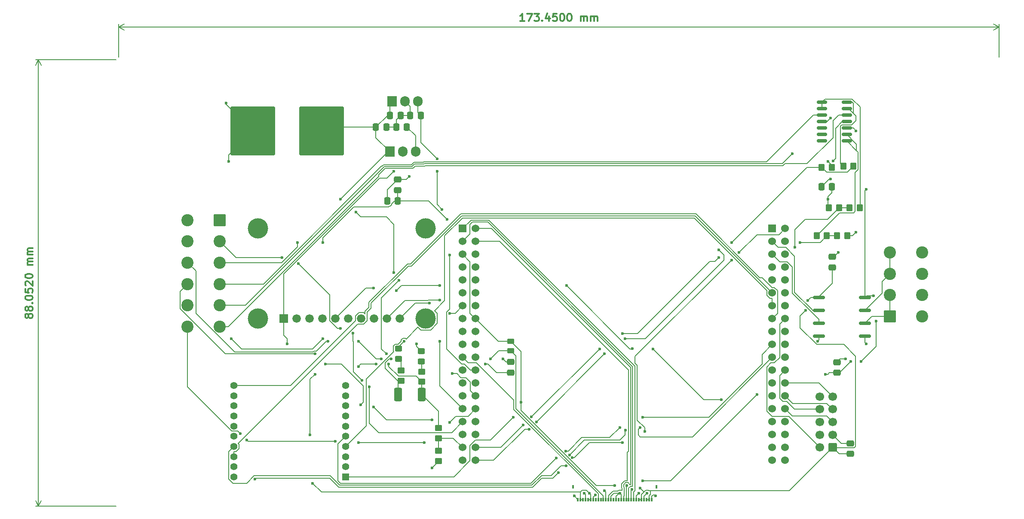
<source format=gbr>
%TF.GenerationSoftware,KiCad,Pcbnew,9.0.0*%
%TF.CreationDate,2025-03-11T01:30:39-07:00*%
%TF.ProjectId,TelemMainV3,54656c65-6d4d-4616-996e-56332e6b6963,3.0*%
%TF.SameCoordinates,Original*%
%TF.FileFunction,Copper,L1,Top*%
%TF.FilePolarity,Positive*%
%FSLAX46Y46*%
G04 Gerber Fmt 4.6, Leading zero omitted, Abs format (unit mm)*
G04 Created by KiCad (PCBNEW 9.0.0) date 2025-03-11 01:30:39*
%MOMM*%
%LPD*%
G01*
G04 APERTURE LIST*
G04 Aperture macros list*
%AMRoundRect*
0 Rectangle with rounded corners*
0 $1 Rounding radius*
0 $2 $3 $4 $5 $6 $7 $8 $9 X,Y pos of 4 corners*
0 Add a 4 corners polygon primitive as box body*
4,1,4,$2,$3,$4,$5,$6,$7,$8,$9,$2,$3,0*
0 Add four circle primitives for the rounded corners*
1,1,$1+$1,$2,$3*
1,1,$1+$1,$4,$5*
1,1,$1+$1,$6,$7*
1,1,$1+$1,$8,$9*
0 Add four rect primitives between the rounded corners*
20,1,$1+$1,$2,$3,$4,$5,0*
20,1,$1+$1,$4,$5,$6,$7,0*
20,1,$1+$1,$6,$7,$8,$9,0*
20,1,$1+$1,$8,$9,$2,$3,0*%
G04 Aperture macros list end*
%ADD10C,0.300000*%
%TA.AperFunction,NonConductor*%
%ADD11C,0.300000*%
%TD*%
%TA.AperFunction,NonConductor*%
%ADD12C,0.200000*%
%TD*%
%TA.AperFunction,SMDPad,CuDef*%
%ADD13RoundRect,0.250000X-0.450000X0.325000X-0.450000X-0.325000X0.450000X-0.325000X0.450000X0.325000X0*%
%TD*%
%TA.AperFunction,SMDPad,CuDef*%
%ADD14RoundRect,0.250000X0.450000X-0.350000X0.450000X0.350000X-0.450000X0.350000X-0.450000X-0.350000X0*%
%TD*%
%TA.AperFunction,SMDPad,CuDef*%
%ADD15RoundRect,0.249999X-0.512501X-1.075001X0.512501X-1.075001X0.512501X1.075001X-0.512501X1.075001X0*%
%TD*%
%TA.AperFunction,ComponentPad*%
%ADD16R,1.400000X1.400000*%
%TD*%
%TA.AperFunction,ComponentPad*%
%ADD17C,1.400000*%
%TD*%
%TA.AperFunction,ComponentPad*%
%ADD18C,4.000000*%
%TD*%
%TA.AperFunction,ComponentPad*%
%ADD19C,1.676400*%
%TD*%
%TA.AperFunction,ComponentPad*%
%ADD20R,1.676400X1.676400*%
%TD*%
%TA.AperFunction,SMDPad,CuDef*%
%ADD21RoundRect,0.249999X4.150001X4.550001X-4.150001X4.550001X-4.150001X-4.550001X4.150001X-4.550001X0*%
%TD*%
%TA.AperFunction,ComponentPad*%
%ADD22C,2.400000*%
%TD*%
%TA.AperFunction,ComponentPad*%
%ADD23RoundRect,0.250000X0.950000X-0.950000X0.950000X0.950000X-0.950000X0.950000X-0.950000X-0.950000X0*%
%TD*%
%TA.AperFunction,ComponentPad*%
%ADD24RoundRect,0.250000X-0.950000X0.950000X-0.950000X-0.950000X0.950000X-0.950000X0.950000X0.950000X0*%
%TD*%
%TA.AperFunction,SMDPad,CuDef*%
%ADD25RoundRect,0.162500X-1.012500X-0.162500X1.012500X-0.162500X1.012500X0.162500X-1.012500X0.162500X0*%
%TD*%
%TA.AperFunction,SMDPad,CuDef*%
%ADD26RoundRect,0.250000X0.350000X0.450000X-0.350000X0.450000X-0.350000X-0.450000X0.350000X-0.450000X0*%
%TD*%
%TA.AperFunction,SMDPad,CuDef*%
%ADD27RoundRect,0.250000X-0.337500X-0.475000X0.337500X-0.475000X0.337500X0.475000X-0.337500X0.475000X0*%
%TD*%
%TA.AperFunction,SMDPad,CuDef*%
%ADD28RoundRect,0.250000X-0.350000X-0.450000X0.350000X-0.450000X0.350000X0.450000X-0.350000X0.450000X0*%
%TD*%
%TA.AperFunction,SMDPad,CuDef*%
%ADD29RoundRect,0.250000X-0.475000X0.337500X-0.475000X-0.337500X0.475000X-0.337500X0.475000X0.337500X0*%
%TD*%
%TA.AperFunction,SMDPad,CuDef*%
%ADD30RoundRect,0.150000X0.825000X0.150000X-0.825000X0.150000X-0.825000X-0.150000X0.825000X-0.150000X0*%
%TD*%
%TA.AperFunction,ComponentPad*%
%ADD31R,1.530000X1.530000*%
%TD*%
%TA.AperFunction,ComponentPad*%
%ADD32C,1.530000*%
%TD*%
%TA.AperFunction,SMDPad,CuDef*%
%ADD33RoundRect,0.250000X-0.450000X0.262500X-0.450000X-0.262500X0.450000X-0.262500X0.450000X0.262500X0*%
%TD*%
%TA.AperFunction,SMDPad,CuDef*%
%ADD34RoundRect,0.250000X0.475000X-0.337500X0.475000X0.337500X-0.475000X0.337500X-0.475000X-0.337500X0*%
%TD*%
%TA.AperFunction,SMDPad,CuDef*%
%ADD35R,0.300000X0.800000*%
%TD*%
%TA.AperFunction,SMDPad,CuDef*%
%ADD36R,0.400000X0.800000*%
%TD*%
%TA.AperFunction,SMDPad,CuDef*%
%ADD37RoundRect,0.250000X0.337500X0.475000X-0.337500X0.475000X-0.337500X-0.475000X0.337500X-0.475000X0*%
%TD*%
%TA.AperFunction,ComponentPad*%
%ADD38R,1.905000X2.000000*%
%TD*%
%TA.AperFunction,ComponentPad*%
%ADD39O,1.905000X2.000000*%
%TD*%
%TA.AperFunction,ComponentPad*%
%ADD40RoundRect,0.250000X0.600000X0.600000X-0.600000X0.600000X-0.600000X-0.600000X0.600000X-0.600000X0*%
%TD*%
%TA.AperFunction,ComponentPad*%
%ADD41C,1.700000*%
%TD*%
%TA.AperFunction,ViaPad*%
%ADD42C,0.600000*%
%TD*%
%TA.AperFunction,Conductor*%
%ADD43C,0.200000*%
%TD*%
%TA.AperFunction,Conductor*%
%ADD44C,0.150000*%
%TD*%
G04 APERTURE END LIST*
D10*
D11*
X43021185Y-102642855D02*
X42949757Y-102785712D01*
X42949757Y-102785712D02*
X42878328Y-102857141D01*
X42878328Y-102857141D02*
X42735471Y-102928569D01*
X42735471Y-102928569D02*
X42664042Y-102928569D01*
X42664042Y-102928569D02*
X42521185Y-102857141D01*
X42521185Y-102857141D02*
X42449757Y-102785712D01*
X42449757Y-102785712D02*
X42378328Y-102642855D01*
X42378328Y-102642855D02*
X42378328Y-102357141D01*
X42378328Y-102357141D02*
X42449757Y-102214284D01*
X42449757Y-102214284D02*
X42521185Y-102142855D01*
X42521185Y-102142855D02*
X42664042Y-102071426D01*
X42664042Y-102071426D02*
X42735471Y-102071426D01*
X42735471Y-102071426D02*
X42878328Y-102142855D01*
X42878328Y-102142855D02*
X42949757Y-102214284D01*
X42949757Y-102214284D02*
X43021185Y-102357141D01*
X43021185Y-102357141D02*
X43021185Y-102642855D01*
X43021185Y-102642855D02*
X43092614Y-102785712D01*
X43092614Y-102785712D02*
X43164042Y-102857141D01*
X43164042Y-102857141D02*
X43306900Y-102928569D01*
X43306900Y-102928569D02*
X43592614Y-102928569D01*
X43592614Y-102928569D02*
X43735471Y-102857141D01*
X43735471Y-102857141D02*
X43806900Y-102785712D01*
X43806900Y-102785712D02*
X43878328Y-102642855D01*
X43878328Y-102642855D02*
X43878328Y-102357141D01*
X43878328Y-102357141D02*
X43806900Y-102214284D01*
X43806900Y-102214284D02*
X43735471Y-102142855D01*
X43735471Y-102142855D02*
X43592614Y-102071426D01*
X43592614Y-102071426D02*
X43306900Y-102071426D01*
X43306900Y-102071426D02*
X43164042Y-102142855D01*
X43164042Y-102142855D02*
X43092614Y-102214284D01*
X43092614Y-102214284D02*
X43021185Y-102357141D01*
X43021185Y-101214284D02*
X42949757Y-101357141D01*
X42949757Y-101357141D02*
X42878328Y-101428570D01*
X42878328Y-101428570D02*
X42735471Y-101499998D01*
X42735471Y-101499998D02*
X42664042Y-101499998D01*
X42664042Y-101499998D02*
X42521185Y-101428570D01*
X42521185Y-101428570D02*
X42449757Y-101357141D01*
X42449757Y-101357141D02*
X42378328Y-101214284D01*
X42378328Y-101214284D02*
X42378328Y-100928570D01*
X42378328Y-100928570D02*
X42449757Y-100785713D01*
X42449757Y-100785713D02*
X42521185Y-100714284D01*
X42521185Y-100714284D02*
X42664042Y-100642855D01*
X42664042Y-100642855D02*
X42735471Y-100642855D01*
X42735471Y-100642855D02*
X42878328Y-100714284D01*
X42878328Y-100714284D02*
X42949757Y-100785713D01*
X42949757Y-100785713D02*
X43021185Y-100928570D01*
X43021185Y-100928570D02*
X43021185Y-101214284D01*
X43021185Y-101214284D02*
X43092614Y-101357141D01*
X43092614Y-101357141D02*
X43164042Y-101428570D01*
X43164042Y-101428570D02*
X43306900Y-101499998D01*
X43306900Y-101499998D02*
X43592614Y-101499998D01*
X43592614Y-101499998D02*
X43735471Y-101428570D01*
X43735471Y-101428570D02*
X43806900Y-101357141D01*
X43806900Y-101357141D02*
X43878328Y-101214284D01*
X43878328Y-101214284D02*
X43878328Y-100928570D01*
X43878328Y-100928570D02*
X43806900Y-100785713D01*
X43806900Y-100785713D02*
X43735471Y-100714284D01*
X43735471Y-100714284D02*
X43592614Y-100642855D01*
X43592614Y-100642855D02*
X43306900Y-100642855D01*
X43306900Y-100642855D02*
X43164042Y-100714284D01*
X43164042Y-100714284D02*
X43092614Y-100785713D01*
X43092614Y-100785713D02*
X43021185Y-100928570D01*
X43735471Y-99999999D02*
X43806900Y-99928570D01*
X43806900Y-99928570D02*
X43878328Y-99999999D01*
X43878328Y-99999999D02*
X43806900Y-100071427D01*
X43806900Y-100071427D02*
X43735471Y-99999999D01*
X43735471Y-99999999D02*
X43878328Y-99999999D01*
X42378328Y-98999998D02*
X42378328Y-98857141D01*
X42378328Y-98857141D02*
X42449757Y-98714284D01*
X42449757Y-98714284D02*
X42521185Y-98642856D01*
X42521185Y-98642856D02*
X42664042Y-98571427D01*
X42664042Y-98571427D02*
X42949757Y-98499998D01*
X42949757Y-98499998D02*
X43306900Y-98499998D01*
X43306900Y-98499998D02*
X43592614Y-98571427D01*
X43592614Y-98571427D02*
X43735471Y-98642856D01*
X43735471Y-98642856D02*
X43806900Y-98714284D01*
X43806900Y-98714284D02*
X43878328Y-98857141D01*
X43878328Y-98857141D02*
X43878328Y-98999998D01*
X43878328Y-98999998D02*
X43806900Y-99142856D01*
X43806900Y-99142856D02*
X43735471Y-99214284D01*
X43735471Y-99214284D02*
X43592614Y-99285713D01*
X43592614Y-99285713D02*
X43306900Y-99357141D01*
X43306900Y-99357141D02*
X42949757Y-99357141D01*
X42949757Y-99357141D02*
X42664042Y-99285713D01*
X42664042Y-99285713D02*
X42521185Y-99214284D01*
X42521185Y-99214284D02*
X42449757Y-99142856D01*
X42449757Y-99142856D02*
X42378328Y-98999998D01*
X42378328Y-97142856D02*
X42378328Y-97857142D01*
X42378328Y-97857142D02*
X43092614Y-97928570D01*
X43092614Y-97928570D02*
X43021185Y-97857142D01*
X43021185Y-97857142D02*
X42949757Y-97714285D01*
X42949757Y-97714285D02*
X42949757Y-97357142D01*
X42949757Y-97357142D02*
X43021185Y-97214285D01*
X43021185Y-97214285D02*
X43092614Y-97142856D01*
X43092614Y-97142856D02*
X43235471Y-97071427D01*
X43235471Y-97071427D02*
X43592614Y-97071427D01*
X43592614Y-97071427D02*
X43735471Y-97142856D01*
X43735471Y-97142856D02*
X43806900Y-97214285D01*
X43806900Y-97214285D02*
X43878328Y-97357142D01*
X43878328Y-97357142D02*
X43878328Y-97714285D01*
X43878328Y-97714285D02*
X43806900Y-97857142D01*
X43806900Y-97857142D02*
X43735471Y-97928570D01*
X42521185Y-96499999D02*
X42449757Y-96428571D01*
X42449757Y-96428571D02*
X42378328Y-96285714D01*
X42378328Y-96285714D02*
X42378328Y-95928571D01*
X42378328Y-95928571D02*
X42449757Y-95785714D01*
X42449757Y-95785714D02*
X42521185Y-95714285D01*
X42521185Y-95714285D02*
X42664042Y-95642856D01*
X42664042Y-95642856D02*
X42806900Y-95642856D01*
X42806900Y-95642856D02*
X43021185Y-95714285D01*
X43021185Y-95714285D02*
X43878328Y-96571428D01*
X43878328Y-96571428D02*
X43878328Y-95642856D01*
X42378328Y-94714285D02*
X42378328Y-94571428D01*
X42378328Y-94571428D02*
X42449757Y-94428571D01*
X42449757Y-94428571D02*
X42521185Y-94357143D01*
X42521185Y-94357143D02*
X42664042Y-94285714D01*
X42664042Y-94285714D02*
X42949757Y-94214285D01*
X42949757Y-94214285D02*
X43306900Y-94214285D01*
X43306900Y-94214285D02*
X43592614Y-94285714D01*
X43592614Y-94285714D02*
X43735471Y-94357143D01*
X43735471Y-94357143D02*
X43806900Y-94428571D01*
X43806900Y-94428571D02*
X43878328Y-94571428D01*
X43878328Y-94571428D02*
X43878328Y-94714285D01*
X43878328Y-94714285D02*
X43806900Y-94857143D01*
X43806900Y-94857143D02*
X43735471Y-94928571D01*
X43735471Y-94928571D02*
X43592614Y-95000000D01*
X43592614Y-95000000D02*
X43306900Y-95071428D01*
X43306900Y-95071428D02*
X42949757Y-95071428D01*
X42949757Y-95071428D02*
X42664042Y-95000000D01*
X42664042Y-95000000D02*
X42521185Y-94928571D01*
X42521185Y-94928571D02*
X42449757Y-94857143D01*
X42449757Y-94857143D02*
X42378328Y-94714285D01*
X43878328Y-92428572D02*
X42878328Y-92428572D01*
X43021185Y-92428572D02*
X42949757Y-92357143D01*
X42949757Y-92357143D02*
X42878328Y-92214286D01*
X42878328Y-92214286D02*
X42878328Y-92000000D01*
X42878328Y-92000000D02*
X42949757Y-91857143D01*
X42949757Y-91857143D02*
X43092614Y-91785715D01*
X43092614Y-91785715D02*
X43878328Y-91785715D01*
X43092614Y-91785715D02*
X42949757Y-91714286D01*
X42949757Y-91714286D02*
X42878328Y-91571429D01*
X42878328Y-91571429D02*
X42878328Y-91357143D01*
X42878328Y-91357143D02*
X42949757Y-91214286D01*
X42949757Y-91214286D02*
X43092614Y-91142857D01*
X43092614Y-91142857D02*
X43878328Y-91142857D01*
X43878328Y-90428572D02*
X42878328Y-90428572D01*
X43021185Y-90428572D02*
X42949757Y-90357143D01*
X42949757Y-90357143D02*
X42878328Y-90214286D01*
X42878328Y-90214286D02*
X42878328Y-90000000D01*
X42878328Y-90000000D02*
X42949757Y-89857143D01*
X42949757Y-89857143D02*
X43092614Y-89785715D01*
X43092614Y-89785715D02*
X43878328Y-89785715D01*
X43092614Y-89785715D02*
X42949757Y-89714286D01*
X42949757Y-89714286D02*
X42878328Y-89571429D01*
X42878328Y-89571429D02*
X42878328Y-89357143D01*
X42878328Y-89357143D02*
X42949757Y-89214286D01*
X42949757Y-89214286D02*
X43092614Y-89142857D01*
X43092614Y-89142857D02*
X43878328Y-89142857D01*
D12*
X60275000Y-140026000D02*
X44413580Y-140026000D01*
X44413580Y-51974000D02*
X60275000Y-51974000D01*
X45000000Y-140026000D02*
X45000000Y-51974000D01*
X45000000Y-140026000D02*
X45000000Y-51974000D01*
X45000000Y-140026000D02*
X44413579Y-138899496D01*
X45000000Y-140026000D02*
X45586421Y-138899496D01*
X45000000Y-51974000D02*
X45586421Y-53100504D01*
X45000000Y-51974000D02*
X44413579Y-53100504D01*
X45000000Y-140026000D02*
X45000000Y-51974000D01*
X45000000Y-140026000D02*
X45000000Y-51974000D01*
X45000000Y-140026000D02*
X44413579Y-138899496D01*
X45000000Y-140026000D02*
X45586421Y-138899496D01*
X45000000Y-51974000D02*
X45586421Y-53100504D01*
X45000000Y-51974000D02*
X44413579Y-53100504D01*
D10*
D11*
X140714287Y-44378328D02*
X139857144Y-44378328D01*
X140285715Y-44378328D02*
X140285715Y-42878328D01*
X140285715Y-42878328D02*
X140142858Y-43092614D01*
X140142858Y-43092614D02*
X140000001Y-43235471D01*
X140000001Y-43235471D02*
X139857144Y-43306900D01*
X141214286Y-42878328D02*
X142214286Y-42878328D01*
X142214286Y-42878328D02*
X141571429Y-44378328D01*
X142642857Y-42878328D02*
X143571429Y-42878328D01*
X143571429Y-42878328D02*
X143071429Y-43449757D01*
X143071429Y-43449757D02*
X143285714Y-43449757D01*
X143285714Y-43449757D02*
X143428572Y-43521185D01*
X143428572Y-43521185D02*
X143500000Y-43592614D01*
X143500000Y-43592614D02*
X143571429Y-43735471D01*
X143571429Y-43735471D02*
X143571429Y-44092614D01*
X143571429Y-44092614D02*
X143500000Y-44235471D01*
X143500000Y-44235471D02*
X143428572Y-44306900D01*
X143428572Y-44306900D02*
X143285714Y-44378328D01*
X143285714Y-44378328D02*
X142857143Y-44378328D01*
X142857143Y-44378328D02*
X142714286Y-44306900D01*
X142714286Y-44306900D02*
X142642857Y-44235471D01*
X144214285Y-44235471D02*
X144285714Y-44306900D01*
X144285714Y-44306900D02*
X144214285Y-44378328D01*
X144214285Y-44378328D02*
X144142857Y-44306900D01*
X144142857Y-44306900D02*
X144214285Y-44235471D01*
X144214285Y-44235471D02*
X144214285Y-44378328D01*
X145571429Y-43378328D02*
X145571429Y-44378328D01*
X145214286Y-42806900D02*
X144857143Y-43878328D01*
X144857143Y-43878328D02*
X145785714Y-43878328D01*
X147071428Y-42878328D02*
X146357142Y-42878328D01*
X146357142Y-42878328D02*
X146285714Y-43592614D01*
X146285714Y-43592614D02*
X146357142Y-43521185D01*
X146357142Y-43521185D02*
X146500000Y-43449757D01*
X146500000Y-43449757D02*
X146857142Y-43449757D01*
X146857142Y-43449757D02*
X147000000Y-43521185D01*
X147000000Y-43521185D02*
X147071428Y-43592614D01*
X147071428Y-43592614D02*
X147142857Y-43735471D01*
X147142857Y-43735471D02*
X147142857Y-44092614D01*
X147142857Y-44092614D02*
X147071428Y-44235471D01*
X147071428Y-44235471D02*
X147000000Y-44306900D01*
X147000000Y-44306900D02*
X146857142Y-44378328D01*
X146857142Y-44378328D02*
X146500000Y-44378328D01*
X146500000Y-44378328D02*
X146357142Y-44306900D01*
X146357142Y-44306900D02*
X146285714Y-44235471D01*
X148071428Y-42878328D02*
X148214285Y-42878328D01*
X148214285Y-42878328D02*
X148357142Y-42949757D01*
X148357142Y-42949757D02*
X148428571Y-43021185D01*
X148428571Y-43021185D02*
X148499999Y-43164042D01*
X148499999Y-43164042D02*
X148571428Y-43449757D01*
X148571428Y-43449757D02*
X148571428Y-43806900D01*
X148571428Y-43806900D02*
X148499999Y-44092614D01*
X148499999Y-44092614D02*
X148428571Y-44235471D01*
X148428571Y-44235471D02*
X148357142Y-44306900D01*
X148357142Y-44306900D02*
X148214285Y-44378328D01*
X148214285Y-44378328D02*
X148071428Y-44378328D01*
X148071428Y-44378328D02*
X147928571Y-44306900D01*
X147928571Y-44306900D02*
X147857142Y-44235471D01*
X147857142Y-44235471D02*
X147785713Y-44092614D01*
X147785713Y-44092614D02*
X147714285Y-43806900D01*
X147714285Y-43806900D02*
X147714285Y-43449757D01*
X147714285Y-43449757D02*
X147785713Y-43164042D01*
X147785713Y-43164042D02*
X147857142Y-43021185D01*
X147857142Y-43021185D02*
X147928571Y-42949757D01*
X147928571Y-42949757D02*
X148071428Y-42878328D01*
X149499999Y-42878328D02*
X149642856Y-42878328D01*
X149642856Y-42878328D02*
X149785713Y-42949757D01*
X149785713Y-42949757D02*
X149857142Y-43021185D01*
X149857142Y-43021185D02*
X149928570Y-43164042D01*
X149928570Y-43164042D02*
X149999999Y-43449757D01*
X149999999Y-43449757D02*
X149999999Y-43806900D01*
X149999999Y-43806900D02*
X149928570Y-44092614D01*
X149928570Y-44092614D02*
X149857142Y-44235471D01*
X149857142Y-44235471D02*
X149785713Y-44306900D01*
X149785713Y-44306900D02*
X149642856Y-44378328D01*
X149642856Y-44378328D02*
X149499999Y-44378328D01*
X149499999Y-44378328D02*
X149357142Y-44306900D01*
X149357142Y-44306900D02*
X149285713Y-44235471D01*
X149285713Y-44235471D02*
X149214284Y-44092614D01*
X149214284Y-44092614D02*
X149142856Y-43806900D01*
X149142856Y-43806900D02*
X149142856Y-43449757D01*
X149142856Y-43449757D02*
X149214284Y-43164042D01*
X149214284Y-43164042D02*
X149285713Y-43021185D01*
X149285713Y-43021185D02*
X149357142Y-42949757D01*
X149357142Y-42949757D02*
X149499999Y-42878328D01*
X151785712Y-44378328D02*
X151785712Y-43378328D01*
X151785712Y-43521185D02*
X151857141Y-43449757D01*
X151857141Y-43449757D02*
X151999998Y-43378328D01*
X151999998Y-43378328D02*
X152214284Y-43378328D01*
X152214284Y-43378328D02*
X152357141Y-43449757D01*
X152357141Y-43449757D02*
X152428570Y-43592614D01*
X152428570Y-43592614D02*
X152428570Y-44378328D01*
X152428570Y-43592614D02*
X152499998Y-43449757D01*
X152499998Y-43449757D02*
X152642855Y-43378328D01*
X152642855Y-43378328D02*
X152857141Y-43378328D01*
X152857141Y-43378328D02*
X152999998Y-43449757D01*
X152999998Y-43449757D02*
X153071427Y-43592614D01*
X153071427Y-43592614D02*
X153071427Y-44378328D01*
X153785712Y-44378328D02*
X153785712Y-43378328D01*
X153785712Y-43521185D02*
X153857141Y-43449757D01*
X153857141Y-43449757D02*
X153999998Y-43378328D01*
X153999998Y-43378328D02*
X154214284Y-43378328D01*
X154214284Y-43378328D02*
X154357141Y-43449757D01*
X154357141Y-43449757D02*
X154428570Y-43592614D01*
X154428570Y-43592614D02*
X154428570Y-44378328D01*
X154428570Y-43592614D02*
X154499998Y-43449757D01*
X154499998Y-43449757D02*
X154642855Y-43378328D01*
X154642855Y-43378328D02*
X154857141Y-43378328D01*
X154857141Y-43378328D02*
X154999998Y-43449757D01*
X154999998Y-43449757D02*
X155071427Y-43592614D01*
X155071427Y-43592614D02*
X155071427Y-44378328D01*
D12*
X60775000Y-51474000D02*
X60775000Y-44913580D01*
X234225000Y-44913580D02*
X234225000Y-51474000D01*
X60775000Y-45500000D02*
X234225000Y-45500000D01*
X60775000Y-45500000D02*
X234225000Y-45500000D01*
X60775000Y-45500000D02*
X61901504Y-44913579D01*
X60775000Y-45500000D02*
X61901504Y-46086421D01*
X234225000Y-45500000D02*
X233098496Y-46086421D01*
X234225000Y-45500000D02*
X233098496Y-44913579D01*
X60775000Y-45500000D02*
X234225000Y-45500000D01*
X60775000Y-45500000D02*
X234225000Y-45500000D01*
X60775000Y-45500000D02*
X61901504Y-44913579D01*
X60775000Y-45500000D02*
X61901504Y-46086421D01*
X234225000Y-45500000D02*
X233098496Y-46086421D01*
X234225000Y-45500000D02*
X233098496Y-44913579D01*
D13*
%TO.P,D4,1,K*%
%TO.N,GND*%
X115917200Y-108975000D03*
%TO.P,D4,2,A*%
%TO.N,Net-(D4-A)*%
X115917200Y-111025000D03*
%TD*%
D14*
%TO.P,R14,1*%
%TO.N,+12VIN*%
X120500000Y-115500000D03*
%TO.P,R14,2*%
%TO.N,Net-(D3-A)*%
X120500000Y-113500000D03*
%TD*%
%TO.P,R15,2*%
%TO.N,Net-(D4-A)*%
X116417200Y-113296800D03*
%TO.P,R15,1*%
%TO.N,+12V*%
X116417200Y-115296800D03*
%TD*%
D13*
%TO.P,D3,2,A*%
%TO.N,Net-(D3-A)*%
X120417200Y-111525000D03*
%TO.P,D3,1,K*%
%TO.N,GND*%
X120417200Y-109475000D03*
%TD*%
D15*
%TO.P,D1,1,K*%
%TO.N,+12V*%
X115825000Y-118000000D03*
%TO.P,D1,2,A*%
%TO.N,+12VIN*%
X120500000Y-118000000D03*
%TD*%
D16*
%TO.P,U5,1,VCC*%
%TO.N,+3V3*%
X105500000Y-134250000D03*
D17*
%TO.P,U5,2,DOUT/DIO13*%
%TO.N,unconnected-(U5-DOUT{slash}DIO13-Pad2)*%
X105500000Y-132250000D03*
%TO.P,U5,3,DIN/NCONFIG/DIO14*%
%TO.N,unconnected-(U5-DIN{slash}NCONFIG{slash}DIO14-Pad3)*%
X105500000Y-130250000D03*
%TO.P,U5,4,DIO12/SPI_MISO*%
%TO.N,Radio MISO1*%
X105500000Y-128250000D03*
%TO.P,U5,5,~{RESET}*%
%TO.N,Radio Reset*%
X105500000Y-126250000D03*
%TO.P,U5,6,DIO10/PWM0*%
%TO.N,unconnected-(U5-DIO10{slash}PWM0-Pad6)*%
X105500000Y-124250000D03*
%TO.P,U5,7,DIO11/PWM1*%
%TO.N,unconnected-(U5-DIO11{slash}PWM1-Pad7)*%
X105500000Y-122250000D03*
%TO.P,U5,8*%
%TO.N,N/C*%
X105500000Y-120250000D03*
%TO.P,U5,9,NDTR/SLEEP_RQ/DIO8*%
%TO.N,unconnected-(U5-NDTR{slash}SLEEP_RQ{slash}DIO8-Pad9)*%
X105500000Y-118250000D03*
%TO.P,U5,10,GND*%
%TO.N,GND*%
X105500000Y-116250000D03*
%TO.P,U5,11,DIO4/SPI_MOSI*%
%TO.N,Radio MOSI1*%
X83500000Y-116250000D03*
%TO.P,U5,12,NCTS/DIO7*%
%TO.N,unconnected-(U5-NCTS{slash}DIO7-Pad12)*%
X83500000Y-118250000D03*
%TO.P,U5,13,ON_NSLEEP/DIO9*%
%TO.N,unconnected-(U5-ON_NSLEEP{slash}DIO9-Pad13)*%
X83500000Y-120250000D03*
%TO.P,U5,14,VREF*%
%TO.N,unconnected-(U5-VREF-Pad14)*%
X83500000Y-122250000D03*
%TO.P,U5,15,ASSOCIATE/DIO5*%
%TO.N,unconnected-(U5-ASSOCIATE{slash}DIO5-Pad15)*%
X83500000Y-124250000D03*
%TO.P,U5,16,NRTS/DIO6*%
%TO.N,unconnected-(U5-NRTS{slash}DIO6-Pad16)*%
X83500000Y-126250000D03*
%TO.P,U5,17,AD3/DIO3/SPI_NSSEL*%
%TO.N,Radio CS1*%
X83500000Y-128250000D03*
%TO.P,U5,18,AD2/DIO2/SPI_CLK*%
%TO.N,Radio SCK1*%
X83500000Y-130250000D03*
%TO.P,U5,19,AD1/DIO1/SPI_NATTN*%
%TO.N,Radio ATTN*%
X83500000Y-132250000D03*
%TO.P,U5,20,AD0/DIO0*%
%TO.N,unconnected-(U5-AD0{slash}DIO0-Pad20)*%
X83500000Y-134250000D03*
%TD*%
D18*
%TO.P,U8,GND,GND2*%
%TO.N,GND*%
X121272000Y-103000000D03*
X121272000Y-85220000D03*
X88252000Y-103000000D03*
X88252000Y-85220000D03*
D19*
%TO.P,U8,10,LRDY*%
%TO.N,IMU LRDY*%
X116192000Y-103000000D03*
%TO.P,U8,9,LINT2*%
%TO.N,IMU LINT2*%
X113652000Y-103000000D03*
%TO.P,U8,8,LINT1*%
%TO.N,IMU LINT1*%
X111112000Y-103000000D03*
%TO.P,U8,7,GRDY*%
%TO.N,IMU GRDY*%
X108572000Y-103000000D03*
%TO.P,U8,6,GINT*%
%TO.N,IMU GINT*%
X106032000Y-103000000D03*
%TO.P,U8,5,SDA*%
%TO.N,IMU SDA*%
X103492000Y-103000000D03*
%TO.P,U8,4,SCL*%
%TO.N,IMU SCL*%
X100952000Y-103000000D03*
%TO.P,U8,3,GND*%
%TO.N,GND*%
X98412000Y-103000000D03*
%TO.P,U8,2,3V3*%
%TO.N,unconnected-(U8-3V3-Pad2)*%
X95872000Y-103000000D03*
D20*
%TO.P,U8,1,VIN*%
%TO.N,+5V*%
X93332000Y-103000000D03*
%TD*%
D21*
%TO.P,C9,2*%
%TO.N,GND*%
X87250000Y-66000000D03*
%TO.P,C9,1*%
%TO.N,+12V*%
X100750000Y-66000000D03*
%TD*%
D22*
%TO.P,J3,12,Pin_12*%
%TO.N,unconnected-(J3-Pin_12-Pad12)*%
X74350000Y-83610000D03*
%TO.P,J3,11,Pin_11*%
%TO.N,GND*%
X74350000Y-87810000D03*
%TO.P,J3,10,Pin_10*%
%TO.N,Acc Intake Flow Rate*%
X74350000Y-92010000D03*
%TO.P,J3,9,Pin_9*%
%TO.N,Acc Intake Pressure*%
X74350000Y-96210000D03*
%TO.P,J3,8,Pin_8*%
%TO.N,Acc Exhaust Temp*%
X74350000Y-100410000D03*
%TO.P,J3,7,Pin_7*%
%TO.N,Acc Intake Temp*%
X74350000Y-104610000D03*
%TO.P,J3,6,Pin_6*%
%TO.N,Brake Sensor B*%
X80700000Y-104610000D03*
%TO.P,J3,5,Pin_5*%
%TO.N,Brake Sensor F*%
X80700000Y-100410000D03*
%TO.P,J3,4,Pin_4*%
%TO.N,Steering Sensor*%
X80700000Y-96210000D03*
%TO.P,J3,3,Pin_3*%
%TO.N,+3V3*%
X80700000Y-92010000D03*
%TO.P,J3,2,Pin_2*%
%TO.N,+12VIN*%
X80700000Y-87810000D03*
D23*
%TO.P,J3,1,Pin_1*%
%TO.N,GND*%
X80700000Y-83610000D03*
%TD*%
D22*
%TO.P,J1,8,Pin_8*%
%TO.N,unconnected-(J1-Pin_8-Pad8)*%
X219000000Y-102600000D03*
%TO.P,J1,7,Pin_7*%
%TO.N,unconnected-(J1-Pin_7-Pad7)*%
X219000000Y-98400000D03*
%TO.P,J1,6,Pin_6*%
%TO.N,unconnected-(J1-Pin_6-Pad6)*%
X219000000Y-94200000D03*
%TO.P,J1,5,Pin_5*%
%TO.N,unconnected-(J1-Pin_5-Pad5)*%
X219000000Y-90000000D03*
%TO.P,J1,4,Pin_4*%
%TO.N,CAN1_H*%
X212650000Y-90000000D03*
%TO.P,J1,3,Pin_3*%
X212650000Y-94200000D03*
%TO.P,J1,2,Pin_2*%
%TO.N,CAN1_L*%
X212650000Y-98400000D03*
D24*
%TO.P,J1,1,Pin_1*%
X212650000Y-102600000D03*
%TD*%
D25*
%TO.P,U4,8,VCC2*%
%TO.N,+5V*%
X207782000Y-98870000D03*
%TO.P,U4,7,CANH*%
%TO.N,CAN1_H*%
X207782000Y-101410000D03*
%TO.P,U4,6,CANL*%
%TO.N,CAN1_L*%
X207782000Y-103950000D03*
%TO.P,U4,5,GND2*%
%TO.N,GND*%
X207782000Y-106490000D03*
%TO.P,U4,4,GND1*%
X198732000Y-106490000D03*
%TO.P,U4,3,TXD*%
%TO.N,CAN1_TX*%
X198732000Y-103950000D03*
%TO.P,U4,2,RXD*%
%TO.N,CAN1_RX*%
X198732000Y-101410000D03*
%TO.P,U4,1,VCC1*%
%TO.N,+3V3*%
X198732000Y-98870000D03*
%TD*%
D26*
%TO.P,R6,1*%
%TO.N,GND*%
X201257000Y-73180000D03*
%TO.P,R6,2*%
%TO.N,Brake Sensor R 3V3*%
X199257000Y-73180000D03*
%TD*%
D27*
%TO.P,C14,1*%
%TO.N,+5V*%
X199219500Y-76990000D03*
%TO.P,C14,2*%
%TO.N,GND*%
X201294500Y-76990000D03*
%TD*%
D26*
%TO.P,R12,2*%
%TO.N,Steering Sensor 3V3*%
X204757000Y-81180000D03*
%TO.P,R12,1*%
%TO.N,Net-(U6C--)*%
X206757000Y-81180000D03*
%TD*%
D28*
%TO.P,R13,2*%
%TO.N,Steering Sensor 3V3*%
X202693000Y-81180000D03*
%TO.P,R13,1*%
%TO.N,GND*%
X200693000Y-81180000D03*
%TD*%
D26*
%TO.P,R8,1*%
%TO.N,GND*%
X204270200Y-86680000D03*
%TO.P,R8,2*%
%TO.N,Brake Sensor F 3V3*%
X202270200Y-86680000D03*
%TD*%
D28*
%TO.P,R7,1*%
%TO.N,Net-(U6A--)*%
X198257000Y-86680000D03*
%TO.P,R7,2*%
%TO.N,Brake Sensor F 3V3*%
X200257000Y-86680000D03*
%TD*%
D29*
%TO.P,C8,2*%
%TO.N,+3V3*%
X201378400Y-92907500D03*
%TO.P,C8,1*%
%TO.N,GND*%
X201378400Y-90832500D03*
%TD*%
D28*
%TO.P,R5,2*%
%TO.N,Brake Sensor R 3V3*%
X205500000Y-73000000D03*
%TO.P,R5,1*%
%TO.N,Net-(U6B--)*%
X203500000Y-73000000D03*
%TD*%
D30*
%TO.P,U6,14*%
%TO.N,unconnected-(U6-Pad14)*%
X199282000Y-67990000D03*
%TO.P,U6,13,-*%
%TO.N,unconnected-(U6D---Pad13)*%
X199282000Y-66720000D03*
%TO.P,U6,12,+*%
%TO.N,unconnected-(U6D-+-Pad12)*%
X199282000Y-65450000D03*
%TO.P,U6,11,V-*%
%TO.N,GND*%
X199282000Y-64180000D03*
%TO.P,U6,10,+*%
%TO.N,Steering Sensor*%
X199282000Y-62910000D03*
%TO.P,U6,9,-*%
%TO.N,Net-(U6C--)*%
X199282000Y-61640000D03*
%TO.P,U6,8*%
X199282000Y-60370000D03*
%TO.P,U6,7*%
%TO.N,Net-(U6B--)*%
X204232000Y-60370000D03*
%TO.P,U6,6,-*%
X204232000Y-61640000D03*
%TO.P,U6,5,+*%
%TO.N,Brake Sensor B*%
X204232000Y-62910000D03*
%TO.P,U6,4,V+*%
%TO.N,+5V*%
X204232000Y-64180000D03*
%TO.P,U6,3,+*%
%TO.N,Brake Sensor F*%
X204232000Y-65450000D03*
%TO.P,U6,2,-*%
%TO.N,Net-(U6A--)*%
X204232000Y-66720000D03*
%TO.P,U6,1*%
X204232000Y-67990000D03*
%TD*%
D29*
%TO.P,C7,1*%
%TO.N,GND*%
X202257000Y-111642500D03*
%TO.P,C7,2*%
%TO.N,+5V*%
X202257000Y-113717500D03*
%TD*%
D31*
%TO.P,U3,CN7_1,PC10*%
%TO.N,Dash SCK3*%
X128547000Y-85285000D03*
D32*
%TO.P,U3,CN7_2,PC11*%
%TO.N,Dash MISO3*%
X131087000Y-85285000D03*
%TO.P,U3,CN7_3,PC12*%
%TO.N,Dash MOSI3*%
X128547000Y-87825000D03*
%TO.P,U3,CN7_4,PD2*%
%TO.N,Dash CS3*%
X131087000Y-87825000D03*
%TO.P,U3,CN7_5,VDD*%
%TO.N,+3V3*%
X128547000Y-90365000D03*
%TO.P,U3,CN7_6,E5V*%
%TO.N,unconnected-(U3A-E5V-PadCN7_6)*%
X131087000Y-90365000D03*
%TO.P,U3,CN7_7,BOOT0*%
%TO.N,unconnected-(U3A-BOOT0-PadCN7_7)*%
X128547000Y-92905000D03*
%TO.P,U3,CN7_8,CN7_GND*%
%TO.N,GND*%
X131087000Y-92905000D03*
%TO.P,U3,CN7_9,NC*%
%TO.N,unconnected-(U3A-NC-PadCN7_9)*%
X128547000Y-95445000D03*
%TO.P,U3,CN7_10,NC*%
%TO.N,unconnected-(U3A-NC-PadCN7_10)*%
X131087000Y-95445000D03*
%TO.P,U3,CN7_11,NC*%
%TO.N,unconnected-(U3A-NC-PadCN7_11)*%
X128547000Y-97985000D03*
%TO.P,U3,CN7_12,CN7_IOREF*%
%TO.N,unconnected-(U3A-CN7_IOREF-PadCN7_12)*%
X131087000Y-97985000D03*
%TO.P,U3,CN7_13,PA13*%
%TO.N,IMU LRDY*%
X128547000Y-100525000D03*
%TO.P,U3,CN7_14,CN7_RESET*%
%TO.N,unconnected-(U3A-CN7_RESET-PadCN7_14)*%
X131087000Y-100525000D03*
%TO.P,U3,CN7_15,PA14*%
%TO.N,IMU LINT2*%
X128547000Y-103065000D03*
%TO.P,U3,CN7_16,CN7_+3V3*%
%TO.N,+3V3*%
X131087000Y-103065000D03*
%TO.P,U3,CN7_17,PA15*%
%TO.N,IMU LINT1*%
X128547000Y-105605000D03*
%TO.P,U3,CN7_18,CN7_+5V*%
%TO.N,unconnected-(U3A-CN7_+5V-PadCN7_18)*%
X131087000Y-105605000D03*
%TO.P,U3,CN7_19,CN7_GND__1*%
%TO.N,GND*%
X128547000Y-108145000D03*
%TO.P,U3,CN7_20,CN7_GND__2*%
X131087000Y-108145000D03*
%TO.P,U3,CN7_21,PB7*%
%TO.N,PD*%
X128547000Y-110685000D03*
%TO.P,U3,CN7_22,CN7_GND__3*%
%TO.N,GND*%
X131087000Y-110685000D03*
%TO.P,U3,CN7_23,PC13*%
%TO.N,INT*%
X128547000Y-113225000D03*
%TO.P,U3,CN7_24,CN7_VIN*%
%TO.N,+9V*%
X131087000Y-113225000D03*
%TO.P,U3,CN7_25,PC14*%
%TO.N,unconnected-(U3A-PC14-PadCN7_25)*%
X128547000Y-115765000D03*
%TO.P,U3,CN7_26,NC*%
%TO.N,unconnected-(U3A-NC-PadCN7_26)*%
X131087000Y-115765000D03*
%TO.P,U3,CN7_27,PC15*%
%TO.N,unconnected-(U3A-PC15-PadCN7_27)*%
X128547000Y-118305000D03*
%TO.P,U3,CN7_28,PA0*%
%TO.N,Acc Intake Flow Rate*%
X131087000Y-118305000D03*
%TO.P,U3,CN7_29,PH0*%
%TO.N,IMU GRDY*%
X128547000Y-120845000D03*
%TO.P,U3,CN7_30,PA1*%
%TO.N,Acc Intake Pressure*%
X131087000Y-120845000D03*
%TO.P,U3,CN7_31,PH1*%
%TO.N,IMU GINT*%
X128547000Y-123385000D03*
%TO.P,U3,CN7_32,PA4*%
%TO.N,Acc Exhaust Temp*%
X131087000Y-123385000D03*
%TO.P,U3,CN7_33,VBAT*%
%TO.N,unconnected-(U3A-VBAT-PadCN7_33)*%
X128547000Y-125925000D03*
%TO.P,U3,CN7_34,PB0*%
%TO.N,Acc Intake Temp*%
X131087000Y-125925000D03*
%TO.P,U3,CN7_35,PC2*%
%TO.N,Net-(U3A-PC2)*%
X128547000Y-128465000D03*
%TO.P,U3,CN7_36,PC1/PB9*%
%TO.N,Brake Sensor F 3V3*%
X131087000Y-128465000D03*
%TO.P,U3,CN7_37,PC3*%
%TO.N,unconnected-(U3A-PC3-PadCN7_37)*%
X128547000Y-131005000D03*
%TO.P,U3,CN7_38,PC0/PB8*%
%TO.N,Brake Sensor R 3V3*%
X131087000Y-131005000D03*
D31*
%TO.P,U3,CN10_1,PC9*%
%TO.N,unconnected-(U3B-PC9-PadCN10_1)*%
X189507000Y-85285000D03*
D32*
%TO.P,U3,CN10_2,PC8*%
%TO.N,Radio CS1*%
X192047000Y-85285000D03*
%TO.P,U3,CN10_3,PB8*%
%TO.N,CAN1_RX*%
X189507000Y-87825000D03*
%TO.P,U3,CN10_4,PC6*%
%TO.N,unconnected-(U3B-PC6-PadCN10_4)*%
X192047000Y-87825000D03*
%TO.P,U3,CN10_5,PB9*%
%TO.N,CAN1_TX*%
X189507000Y-90365000D03*
%TO.P,U3,CN10_6,PC5*%
%TO.N,Steering Sensor 3V3*%
X192047000Y-90365000D03*
%TO.P,U3,CN10_7,AVDD*%
%TO.N,unconnected-(U3B-AVDD-PadCN10_7)*%
X189507000Y-92905000D03*
%TO.P,U3,CN10_8,U5V*%
%TO.N,unconnected-(U3B-U5V-PadCN10_8)*%
X192047000Y-92905000D03*
%TO.P,U3,CN10_9,CN10_GND*%
%TO.N,GND*%
X189507000Y-95445000D03*
%TO.P,U3,CN10_10,NC*%
%TO.N,unconnected-(U3B-NC-PadCN10_10)*%
X192047000Y-95445000D03*
%TO.P,U3,CN10_11,PA5*%
%TO.N,Radio SCK1*%
X189507000Y-97985000D03*
%TO.P,U3,CN10_12,PA12*%
%TO.N,unconnected-(U3B-PA12-PadCN10_12)*%
X192047000Y-97985000D03*
%TO.P,U3,CN10_13,PA6*%
%TO.N,Radio MISO1*%
X189507000Y-100525000D03*
%TO.P,U3,CN10_14,PA11*%
%TO.N,unconnected-(U3B-PA11-PadCN10_14)*%
X192047000Y-100525000D03*
%TO.P,U3,CN10_15,PA7*%
%TO.N,Radio MOSI1*%
X189507000Y-103065000D03*
%TO.P,U3,CN10_16,PB12*%
%TO.N,SD CS2*%
X192047000Y-103065000D03*
%TO.P,U3,CN10_17,PB6*%
%TO.N,unconnected-(U3B-PB6-PadCN10_17)*%
X189507000Y-105605000D03*
%TO.P,U3,CN10_18,NC*%
%TO.N,unconnected-(U3B-NC-PadCN10_18)*%
X192047000Y-105605000D03*
%TO.P,U3,CN10_19,PC7*%
%TO.N,Radio Reset*%
X189507000Y-108145000D03*
%TO.P,U3,CN10_20,CN10_GND__1*%
%TO.N,GND*%
X192047000Y-108145000D03*
%TO.P,U3,CN10_21,PA9*%
%TO.N,Radio ATTN*%
X189507000Y-110685000D03*
%TO.P,U3,CN10_22,PB2*%
%TO.N,unconnected-(U3B-PB2-PadCN10_22)*%
X192047000Y-110685000D03*
%TO.P,U3,CN10_23,PA8*%
%TO.N,unconnected-(U3B-PA8-PadCN10_23)*%
X189507000Y-113225000D03*
%TO.P,U3,CN10_24,PB1*%
%TO.N,SD Card Detect T{slash}F*%
X192047000Y-113225000D03*
%TO.P,U3,CN10_25,PB10*%
%TO.N,IMU SCL*%
X189507000Y-115765000D03*
%TO.P,U3,CN10_26,PB15*%
%TO.N,SD MOSI2*%
X192047000Y-115765000D03*
%TO.P,U3,CN10_27,PB4*%
%TO.N,unconnected-(U3B-PB4-PadCN10_27)*%
X189507000Y-118305000D03*
%TO.P,U3,CN10_28,PB14*%
%TO.N,SD MISO2*%
X192047000Y-118305000D03*
%TO.P,U3,CN10_29,PB5*%
%TO.N,unconnected-(U3B-PB5-PadCN10_29)*%
X189507000Y-120845000D03*
%TO.P,U3,CN10_30,PB13*%
%TO.N,SD SCK2*%
X192047000Y-120845000D03*
%TO.P,U3,CN10_31,PB3*%
%TO.N,IMU SDA*%
X189507000Y-123385000D03*
%TO.P,U3,CN10_32,AGND*%
%TO.N,GND*%
X192047000Y-123385000D03*
%TO.P,U3,CN10_33,PA10*%
%TO.N,unconnected-(U3B-PA10-PadCN10_33)*%
X189507000Y-125925000D03*
%TO.P,U3,CN10_34,PC4*%
%TO.N,unconnected-(U3B-PC4-PadCN10_34)*%
X192047000Y-125925000D03*
%TO.P,U3,CN10_35,PA2*%
%TO.N,unconnected-(U3B-PA2-PadCN10_35)*%
X189507000Y-128465000D03*
%TO.P,U3,CN10_36,NC*%
%TO.N,unconnected-(U3B-NC-PadCN10_36)*%
X192047000Y-128465000D03*
%TO.P,U3,CN10_37,PA3*%
%TO.N,unconnected-(U3B-PA3-PadCN10_37)*%
X189507000Y-131005000D03*
%TO.P,U3,CN10_38,NC*%
%TO.N,unconnected-(U3B-NC-PadCN10_38)*%
X192047000Y-131005000D03*
%TD*%
D33*
%TO.P,R11,2*%
%TO.N,INT*%
X138040000Y-109377500D03*
%TO.P,R11,1*%
%TO.N,+3V3*%
X138040000Y-107552500D03*
%TD*%
D34*
%TO.P,C5,2*%
%TO.N,GND*%
X138007000Y-111605000D03*
%TO.P,C5,1*%
%TO.N,+9V*%
X138007000Y-113680000D03*
%TD*%
D35*
%TO.P,J5,1,1*%
%TO.N,GND*%
X165750000Y-138720000D03*
%TO.P,J5,2,2*%
%TO.N,+3V3*%
X165250000Y-138720000D03*
%TO.P,J5,3,3*%
X164750000Y-138720000D03*
%TO.P,J5,4,4*%
%TO.N,GND*%
X164250000Y-138720000D03*
%TO.P,J5,5,5*%
%TO.N,+3V3*%
X163750000Y-138720000D03*
%TO.P,J5,6,6*%
X163250000Y-138720000D03*
D36*
%TO.P,J5,SH1*%
%TO.N,N/C*%
X166750000Y-136220000D03*
%TO.P,J5,SH2*%
X150250000Y-136220000D03*
D35*
%TO.P,J5,7,7*%
%TO.N,GND*%
X162750000Y-138720000D03*
%TO.P,J5,8,8*%
%TO.N,Dash SCK3*%
X162250000Y-138720000D03*
%TO.P,J5,9,9*%
%TO.N,GND*%
X161750000Y-138720000D03*
%TO.P,J5,10,10*%
%TO.N,Dash MOSI3*%
X161250000Y-138720000D03*
%TO.P,J5,11,11*%
%TO.N,GND*%
X160750000Y-138720000D03*
%TO.P,J5,12,12*%
%TO.N,Dash MISO3*%
X160250000Y-138720000D03*
%TO.P,J5,13,13*%
%TO.N,GND*%
X159750000Y-138720000D03*
%TO.P,J5,14,14*%
%TO.N,unconnected-(J5-Pad14)*%
X159250000Y-138720000D03*
%TO.P,J5,15,15*%
%TO.N,GND*%
X158750000Y-138720000D03*
%TO.P,J5,16,16*%
%TO.N,unconnected-(J5-Pad16)*%
X158250000Y-138720000D03*
%TO.P,J5,17,17*%
%TO.N,GND*%
X157750000Y-138720000D03*
%TO.P,J5,18,18*%
%TO.N,Dash CS3*%
X157250000Y-138720000D03*
%TO.P,J5,19,19*%
%TO.N,GND*%
X156750000Y-138720000D03*
%TO.P,J5,20,20*%
%TO.N,INT*%
X156250000Y-138720000D03*
%TO.P,J5,21,21*%
%TO.N,unconnected-(J5-Pad21)*%
X155750000Y-138720000D03*
%TO.P,J5,22,22*%
%TO.N,PD*%
X155250000Y-138720000D03*
%TO.P,J5,23,23*%
%TO.N,unconnected-(J5-Pad23)*%
X154750000Y-138720000D03*
%TO.P,J5,24,24*%
%TO.N,GND*%
X154250000Y-138720000D03*
%TO.P,J5,25,25*%
%TO.N,+5V*%
X153750000Y-138720000D03*
%TO.P,J5,26,26*%
X153250000Y-138720000D03*
%TO.P,J5,27,27*%
%TO.N,GND*%
X152750000Y-138720000D03*
%TO.P,J5,28,28*%
%TO.N,+5V*%
X152250000Y-138720000D03*
%TO.P,J5,29,29*%
X151750000Y-138720000D03*
%TO.P,J5,30,30*%
%TO.N,GND*%
X151250000Y-138720000D03*
%TD*%
D37*
%TO.P,C4,1*%
%TO.N,+9V*%
X120307000Y-62971000D03*
%TO.P,C4,2*%
%TO.N,GND*%
X118232000Y-62971000D03*
%TD*%
%TO.P,C12,1*%
%TO.N,+3V3*%
X115778500Y-79842900D03*
%TO.P,C12,2*%
%TO.N,GND*%
X113703500Y-79842900D03*
%TD*%
D34*
%TO.P,C11,1*%
%TO.N,+3V3*%
X115757000Y-77680000D03*
%TO.P,C11,2*%
%TO.N,GND*%
X115757000Y-75605000D03*
%TD*%
D14*
%TO.P,R1,1*%
%TO.N,GND*%
X123790600Y-131131200D03*
%TO.P,R1,2*%
%TO.N,Net-(U3A-PC2)*%
X123790600Y-129131200D03*
%TD*%
D38*
%TO.P,U1,1,VI*%
%TO.N,+12V*%
X114177000Y-70125000D03*
D39*
%TO.P,U1,2,GND*%
%TO.N,GND*%
X116717000Y-70125000D03*
%TO.P,U1,3,VO*%
%TO.N,+5V*%
X119257000Y-70125000D03*
%TD*%
D38*
%TO.P,U2,1,VI*%
%TO.N,+12V*%
X114677000Y-60180000D03*
D39*
%TO.P,U2,2,GND*%
%TO.N,GND*%
X117217000Y-60180000D03*
%TO.P,U2,3,VO*%
%TO.N,+9V*%
X119757000Y-60180000D03*
%TD*%
D37*
%TO.P,C3,1*%
%TO.N,+5V*%
X117540500Y-65260000D03*
%TO.P,C3,2*%
%TO.N,GND*%
X115465500Y-65260000D03*
%TD*%
D27*
%TO.P,C1,1*%
%TO.N,+12V*%
X111465500Y-65260000D03*
%TO.P,C1,2*%
%TO.N,GND*%
X113540500Y-65260000D03*
%TD*%
D14*
%TO.P,R2,1*%
%TO.N,Net-(U3A-PC2)*%
X123790600Y-126610000D03*
%TO.P,R2,2*%
%TO.N,+12VIN*%
X123790600Y-124610000D03*
%TD*%
D34*
%TO.P,C13,1*%
%TO.N,+3V3*%
X204917000Y-129717500D03*
%TO.P,C13,2*%
%TO.N,GND*%
X204917000Y-127642500D03*
%TD*%
D27*
%TO.P,C2,1*%
%TO.N,+12V*%
X114232000Y-62971000D03*
%TO.P,C2,2*%
%TO.N,GND*%
X116307000Y-62971000D03*
%TD*%
D40*
%TO.P,J4,1,Pin_1*%
%TO.N,+3V3*%
X201417000Y-128430000D03*
D41*
%TO.P,J4,2,Pin_2*%
%TO.N,GND*%
X201417000Y-125930000D03*
%TO.P,J4,3,Pin_3*%
%TO.N,SD SCK2*%
X201417000Y-123430000D03*
%TO.P,J4,4,Pin_4*%
%TO.N,SD MISO2*%
X201417000Y-120930000D03*
%TO.P,J4,5,Pin_5*%
%TO.N,SD MOSI2*%
X201417000Y-118430000D03*
%TO.P,J4,6,Pin_6*%
%TO.N,SD CS2*%
X198917000Y-128430000D03*
%TO.P,J4,7,Pin_7*%
%TO.N,unconnected-(J4-Pin_7-Pad7)*%
X198917000Y-125930000D03*
%TO.P,J4,8,Pin_8*%
%TO.N,unconnected-(J4-Pin_8-Pad8)*%
X198917000Y-123430000D03*
%TO.P,J4,9,Pin_9*%
%TO.N,SD Card Detect T{slash}F*%
X198917000Y-120930000D03*
%TO.P,J4,10*%
%TO.N,N/C*%
X198917000Y-118430000D03*
%TD*%
D42*
%TO.N,+5V*%
X201500000Y-71980000D03*
X201000000Y-75500000D03*
X208000000Y-77500000D03*
X209500000Y-98500000D03*
X210000000Y-103500000D03*
X207000000Y-111500000D03*
X205000000Y-111500000D03*
%TO.N,GND*%
X202500000Y-90000000D03*
%TO.N,+3V3*%
X196500000Y-99500000D03*
X196075735Y-101424265D03*
%TO.N,+12V*%
X104500000Y-79500000D03*
X107500000Y-82000000D03*
X115000000Y-94000000D03*
X116000000Y-95500000D03*
X113500000Y-110000000D03*
X114500000Y-111000000D03*
%TO.N,+3V3*%
X140000000Y-119500000D03*
X138500000Y-122500000D03*
X163500000Y-136500000D03*
X158500000Y-136000000D03*
%TO.N,INT*%
X134000000Y-111000000D03*
%TO.N,GND*%
X136500000Y-111000000D03*
%TO.N,+9V*%
X133000000Y-112000000D03*
X126000000Y-90500000D03*
X124500000Y-81500000D03*
X123500000Y-74000000D03*
X123500000Y-71500000D03*
%TO.N,+3V3*%
X101000000Y-88000000D03*
X96000000Y-88000000D03*
%TO.N,+5V*%
X115000000Y-74000000D03*
%TO.N,+3V3*%
X125500000Y-83500000D03*
%TO.N,+12VIN*%
X114000000Y-112000000D03*
X112500000Y-111000000D03*
X108000000Y-107500000D03*
X104500000Y-105000000D03*
X96190137Y-92190137D03*
X93000000Y-91000000D03*
%TO.N,Acc Exhaust Temp*%
X101000000Y-107000000D03*
X83000000Y-107000000D03*
%TO.N,+5V*%
X200000000Y-114000000D03*
X186500000Y-118000000D03*
X164000000Y-135000000D03*
X153500000Y-137500000D03*
X94000000Y-108000000D03*
X99500000Y-114000000D03*
X98500000Y-126000000D03*
X99000000Y-135500000D03*
%TO.N,Acc Intake Pressure*%
X126000000Y-123500000D03*
X122500000Y-123000000D03*
X111000000Y-120500000D03*
X108500000Y-120000000D03*
X101500000Y-112000000D03*
X99500000Y-110000000D03*
%TO.N,Acc Intake Flow Rate*%
X126500000Y-113900000D03*
X111500000Y-112000000D03*
X108000000Y-112500000D03*
X102012000Y-107500000D03*
%TO.N,GND*%
X82000000Y-60500000D03*
X82500000Y-72000000D03*
%TO.N,Brake Sensor F*%
X193500000Y-70500000D03*
X206000000Y-66000000D03*
%TO.N,GND*%
X201000000Y-63500000D03*
%TO.N,Acc Intake Temp*%
X84750000Y-125750000D03*
X86000000Y-127000000D03*
X103500000Y-127274000D03*
X108000000Y-127500000D03*
X121000000Y-127500000D03*
%TO.N,Brake Sensor R 3V3*%
X181500000Y-88000000D03*
X179000000Y-89500000D03*
X160500000Y-107000000D03*
X156500000Y-110000000D03*
X143082315Y-123417685D03*
X141666685Y-124833315D03*
%TO.N,Brake Sensor F 3V3*%
X195000000Y-88000000D03*
%TO.N,Radio CS1*%
X183000000Y-90000000D03*
%TO.N,Brake Sensor F 3V3*%
X179000000Y-91000000D03*
X160000000Y-106000000D03*
X155500000Y-109000000D03*
X142082315Y-122417685D03*
X140500000Y-124000000D03*
%TO.N,IMU LRDY*%
X126000000Y-102000000D03*
X122000000Y-100000000D03*
%TO.N,IMU LINT2*%
X124000000Y-99400000D03*
%TO.N,IMU GRDY*%
X124000000Y-107500000D03*
%TO.N,IMU SDA*%
X179500000Y-119000000D03*
X166000000Y-109000000D03*
X162002826Y-108982939D03*
X149000000Y-96500000D03*
X124000000Y-96500000D03*
X115500000Y-97500000D03*
X111000000Y-97000000D03*
%TO.N,GND*%
X200500000Y-79500000D03*
X206000000Y-86000000D03*
%TO.N,Steering Sensor 3V3*%
X194000000Y-89000000D03*
%TO.N,Radio Reset*%
X147000000Y-130500000D03*
X148814939Y-129150309D03*
X159500000Y-124500000D03*
X164000000Y-122500000D03*
%TO.N,Radio ATTN*%
X163500000Y-124500000D03*
X160598000Y-125000000D03*
%TO.N,Radio CS1*%
X160000000Y-127500000D03*
X150148002Y-130483372D03*
%TO.N,Radio ATTN*%
X147424265Y-133424265D03*
X87624265Y-134724265D03*
X149582315Y-129917685D03*
%TO.N,Radio CS1*%
X181500000Y-91500000D03*
X164400000Y-125261682D03*
X148916685Y-132083315D03*
%TO.N,IMU GINT*%
X106924265Y-105924265D03*
X108750000Y-115250000D03*
X110157200Y-116500000D03*
%TO.N,GND*%
X119500000Y-108000000D03*
X117000000Y-107500000D03*
X122500000Y-132500000D03*
X118000000Y-75000000D03*
X198500000Y-107500000D03*
X208000000Y-108000000D03*
X204000000Y-111000000D03*
X200500000Y-72000000D03*
X150500000Y-138000000D03*
X152500000Y-137500000D03*
X154650000Y-137819998D03*
X156500000Y-137000000D03*
X159500000Y-137500000D03*
X160850000Y-136000000D03*
X161850000Y-136750000D03*
X163209383Y-137489743D03*
X164833265Y-137515265D03*
X166500000Y-138000000D03*
%TD*%
D43*
%TO.N,+5V*%
X201500000Y-71980000D02*
X202000000Y-71480000D01*
X202000000Y-71480000D02*
X202000000Y-65497932D01*
X202000000Y-65497932D02*
X203317932Y-64180000D01*
X203317932Y-64180000D02*
X204232000Y-64180000D01*
%TO.N,GND*%
X200500000Y-72000000D02*
X201257000Y-72757000D01*
X201257000Y-72757000D02*
X201257000Y-73180000D01*
%TO.N,+5V*%
X199219500Y-76990000D02*
X200709500Y-75500000D01*
X200709500Y-75500000D02*
X201000000Y-75500000D01*
X207782000Y-77718000D02*
X208000000Y-77500000D01*
X207782000Y-98870000D02*
X207782000Y-77718000D01*
X209500000Y-98500000D02*
X208152000Y-98500000D01*
X208152000Y-98500000D02*
X207782000Y-98870000D01*
X210000000Y-108500000D02*
X210000000Y-103500000D01*
X207000000Y-111500000D02*
X210000000Y-108500000D01*
X202782500Y-113717500D02*
X205000000Y-111500000D01*
X202257000Y-113717500D02*
X202782500Y-113717500D01*
%TO.N,GND*%
X201378400Y-90832500D02*
X201667500Y-90832500D01*
X201667500Y-90832500D02*
X202500000Y-90000000D01*
%TO.N,+3V3*%
X198732000Y-98870000D02*
X198732000Y-98732000D01*
X198732000Y-98732000D02*
X201378400Y-96085600D01*
X201378400Y-96085600D02*
X201378400Y-92907500D01*
X205627160Y-128531000D02*
X201518000Y-128531000D01*
X196075735Y-101424265D02*
X195000000Y-102500000D01*
X205943000Y-110443000D02*
X205943000Y-128215160D01*
X201518000Y-128531000D02*
X201417000Y-128430000D01*
X195000000Y-104849943D02*
X198251057Y-108101000D01*
X195000000Y-102500000D02*
X195000000Y-104849943D01*
X203601000Y-108101000D02*
X205943000Y-110443000D01*
X198251057Y-108101000D02*
X203601000Y-108101000D01*
X205943000Y-128215160D02*
X205627160Y-128531000D01*
X196500000Y-99500000D02*
X197130000Y-98870000D01*
X197130000Y-98870000D02*
X198732000Y-98870000D01*
%TO.N,CAN1_RX*%
X198732000Y-101410000D02*
X197477100Y-101410000D01*
X192189552Y-89000000D02*
X190682000Y-89000000D01*
X197477100Y-101410000D02*
X197422100Y-101355000D01*
X193901000Y-93016548D02*
X193901000Y-92684348D01*
X193901000Y-96911200D02*
X193901000Y-96579000D01*
X193901000Y-96246800D02*
X193901000Y-93016548D01*
X193901000Y-97833900D02*
X193901000Y-96911200D01*
X197422100Y-101355000D02*
X193901000Y-97833900D01*
X193901000Y-92684348D02*
X193901000Y-90711448D01*
X193901000Y-96579000D02*
X193901000Y-96246800D01*
X193901000Y-90711448D02*
X192189552Y-89000000D01*
X190682000Y-89000000D02*
X189507000Y-87825000D01*
%TO.N,CAN1_TX*%
X189507000Y-90365000D02*
X190981000Y-91839000D01*
X197256000Y-101756000D02*
X197256000Y-101768990D01*
X193500000Y-92850448D02*
X193500000Y-96412900D01*
X193500000Y-96412900D02*
X193500000Y-96745100D01*
X190981000Y-91839000D02*
X192488552Y-91839000D01*
X193500000Y-96745100D02*
X193500000Y-98000000D01*
X193500000Y-98000000D02*
X197256000Y-101756000D01*
X197256000Y-101768990D02*
X197523010Y-102036000D01*
X197536000Y-102036000D02*
X198732000Y-103232000D01*
X197523010Y-102036000D02*
X197536000Y-102036000D01*
X192488552Y-91839000D02*
X193500000Y-92850448D01*
X198732000Y-103232000D02*
X198732000Y-103950000D01*
%TO.N,+3V3*%
X131087000Y-103065000D02*
X130000000Y-101978000D01*
X130000000Y-101978000D02*
X130000000Y-91818000D01*
X130000000Y-91818000D02*
X128547000Y-90365000D01*
X138040000Y-107552500D02*
X135574500Y-107552500D01*
X135574500Y-107552500D02*
X131087000Y-103065000D01*
%TO.N,+12V*%
X104500000Y-79500000D02*
X113875000Y-70125000D01*
X113875000Y-70125000D02*
X114177000Y-70125000D01*
X108500000Y-83000000D02*
X107500000Y-82000000D01*
X113500000Y-83000000D02*
X108500000Y-83000000D01*
X113500000Y-83000000D02*
X115000000Y-84500000D01*
X115000000Y-84500000D02*
X115000000Y-94000000D01*
%TO.N,+3V3*%
X101000000Y-88000000D02*
X101000000Y-87098844D01*
X101000000Y-87098844D02*
X107098844Y-81000000D01*
X114592000Y-80408000D02*
X115157100Y-79842900D01*
X107098844Y-81000000D02*
X114000000Y-81000000D01*
X114000000Y-81000000D02*
X114131100Y-80868900D01*
X114131100Y-80868900D02*
X114276160Y-80868900D01*
X114276160Y-80868900D02*
X114592000Y-80553060D01*
X114592000Y-80553060D02*
X114592000Y-80408000D01*
X115157100Y-79842900D02*
X115778500Y-79842900D01*
%TO.N,IMU SDA*%
X115500000Y-97500000D02*
X116500000Y-96500000D01*
X116500000Y-96500000D02*
X124000000Y-96500000D01*
%TO.N,+12V*%
X114000000Y-97500000D02*
X116000000Y-95500000D01*
X112512800Y-98987200D02*
X114000000Y-97500000D01*
X112512800Y-109012800D02*
X112512800Y-98987200D01*
X113500000Y-110000000D02*
X112512800Y-109012800D01*
X113283550Y-111783550D02*
X114067100Y-111000000D01*
X113283550Y-112863150D02*
X113283550Y-111783550D01*
X115717200Y-115296800D02*
X113283550Y-112863150D01*
X114067100Y-111000000D02*
X114500000Y-111000000D01*
X116417200Y-115296800D02*
X115717200Y-115296800D01*
%TO.N,+3V3*%
X140000000Y-119500000D02*
X140000000Y-121183900D01*
X134000000Y-127000000D02*
X138500000Y-122500000D01*
X130000000Y-128044448D02*
X131044448Y-127000000D01*
X130000000Y-131059552D02*
X130000000Y-128044448D01*
X105500000Y-134250000D02*
X126809552Y-134250000D01*
X126809552Y-134250000D02*
X130000000Y-131059552D01*
X131044448Y-127000000D02*
X134000000Y-127000000D01*
%TO.N,Radio ATTN*%
X147424265Y-133424265D02*
X146348530Y-134500000D01*
X146348530Y-134500000D02*
X144134200Y-134500000D01*
X144134200Y-134500000D02*
X142332200Y-136302000D01*
X102365800Y-134500000D02*
X87848530Y-134500000D01*
X142332200Y-136302000D02*
X104167800Y-136302000D01*
X104167800Y-136302000D02*
X102365800Y-134500000D01*
X87848530Y-134500000D02*
X87624265Y-134724265D01*
%TO.N,Radio CS1*%
X104333900Y-135901000D02*
X102432900Y-134000000D01*
X82499000Y-134664628D02*
X82499000Y-129251000D01*
X148916685Y-132083315D02*
X148600941Y-132083315D01*
X102432900Y-134000000D02*
X87500000Y-134000000D01*
X148101055Y-132083315D02*
X147916685Y-132083315D01*
X148599941Y-132082315D02*
X148102055Y-132082315D01*
X148600941Y-132083315D02*
X148599941Y-132082315D01*
X148102055Y-132082315D02*
X148101055Y-132083315D01*
X147916685Y-132083315D02*
X146000000Y-134000000D01*
X146000000Y-134000000D02*
X144067100Y-134000000D01*
X83334372Y-135500000D02*
X82499000Y-134664628D01*
X144067100Y-134000000D02*
X142166100Y-135901000D01*
X142166100Y-135901000D02*
X104333900Y-135901000D01*
X87500000Y-134000000D02*
X86000000Y-135500000D01*
X86000000Y-135500000D02*
X83334372Y-135500000D01*
X82499000Y-129251000D02*
X83500000Y-128250000D01*
X150148002Y-130483372D02*
X150516628Y-130483372D01*
X150516628Y-130483372D02*
X153500000Y-127500000D01*
X153500000Y-127500000D02*
X160000000Y-127500000D01*
%TO.N,Radio ATTN*%
X160500000Y-126000000D02*
X160500000Y-125098000D01*
X149582315Y-129917685D02*
X152500000Y-127000000D01*
X152500000Y-127000000D02*
X159500000Y-127000000D01*
X160500000Y-125098000D02*
X160598000Y-125000000D01*
X159500000Y-127000000D02*
X160500000Y-126000000D01*
%TO.N,Radio Reset*%
X152000000Y-126500000D02*
X157500000Y-126500000D01*
X149349691Y-129150309D02*
X152000000Y-126500000D01*
X148814939Y-129150309D02*
X149349691Y-129150309D01*
X157500000Y-126500000D02*
X159500000Y-124500000D01*
%TO.N,Brake Sensor R 3V3*%
X140814965Y-124833315D02*
X134643280Y-131005000D01*
X141666685Y-124833315D02*
X140814965Y-124833315D01*
X134643280Y-131005000D02*
X131087000Y-131005000D01*
X143082315Y-123417685D02*
X156500000Y-110000000D01*
%TO.N,Brake Sensor F 3V3*%
X142082315Y-122417685D02*
X155500000Y-109000000D01*
%TO.N,+3V3*%
X138040000Y-107552500D02*
X140000000Y-109512500D01*
X140000000Y-109512500D02*
X140000000Y-119500000D01*
X140000000Y-121183900D02*
X154816100Y-136000000D01*
X154816100Y-136000000D02*
X158500000Y-136000000D01*
X163500000Y-136500000D02*
X164232265Y-137232265D01*
X164232265Y-137232265D02*
X164232265Y-137266322D01*
%TO.N,INT*%
X134000000Y-111000000D02*
X135622500Y-109377500D01*
X135622500Y-109377500D02*
X138040000Y-109377500D01*
%TO.N,+9V*%
X133000000Y-112000000D02*
X133500000Y-112000000D01*
X135180000Y-113680000D02*
X138007000Y-113680000D01*
X133500000Y-112000000D02*
X135180000Y-113680000D01*
%TO.N,GND*%
X137105000Y-111605000D02*
X136500000Y-111000000D01*
X138007000Y-111605000D02*
X137105000Y-111605000D01*
%TO.N,+9V*%
X126000000Y-90500000D02*
X126000000Y-101150057D01*
X126000000Y-101150057D02*
X125399000Y-101751057D01*
X125399000Y-101751057D02*
X125399000Y-109044552D01*
X125399000Y-109044552D02*
X128354448Y-112000000D01*
X128829552Y-112000000D02*
X130054552Y-113225000D01*
X128354448Y-112000000D02*
X128829552Y-112000000D01*
X130054552Y-113225000D02*
X131087000Y-113225000D01*
X123500000Y-80500000D02*
X124500000Y-81500000D01*
X123500000Y-74000000D02*
X123500000Y-80500000D01*
X120307000Y-68307000D02*
X123500000Y-71500000D01*
X120307000Y-62971000D02*
X120307000Y-68307000D01*
%TO.N,+3V3*%
X96000000Y-88849943D02*
X96000000Y-88000000D01*
X92839943Y-92010000D02*
X96000000Y-88849943D01*
X80700000Y-92010000D02*
X92839943Y-92010000D01*
D44*
%TO.N,Brake Sensor B*%
X121070388Y-72926000D02*
X120779612Y-72926000D01*
X120779612Y-72926000D02*
X119211075Y-72926000D01*
X119211075Y-72926000D02*
X118927806Y-73209270D01*
X118722194Y-73414881D02*
X118722195Y-73414881D01*
X117585119Y-73414881D02*
X113266919Y-73414881D01*
X118927806Y-73209270D02*
X118927806Y-73209269D01*
X112000000Y-74681800D02*
X112000000Y-75000000D01*
X118431418Y-73414881D02*
X117585119Y-73414881D01*
X118927806Y-73209269D02*
X118722194Y-73414881D01*
X118722195Y-73414881D02*
X118431418Y-73414881D01*
X113266919Y-73414881D02*
X112000000Y-74681800D01*
X112000000Y-75000000D02*
X82390000Y-104610000D01*
X82390000Y-104610000D02*
X80700000Y-104610000D01*
D43*
%TO.N,+5V*%
X93332000Y-103000000D02*
X93332000Y-94199744D01*
X93332000Y-94199744D02*
X112155744Y-75376000D01*
X112155744Y-75376000D02*
X113624000Y-75376000D01*
X113624000Y-75376000D02*
X115000000Y-74000000D01*
D44*
%TO.N,Steering Sensor*%
X89290000Y-96210000D02*
X112500000Y-73000000D01*
X112500000Y-73000000D02*
X112689024Y-73000000D01*
X120854612Y-72149000D02*
X188351000Y-72149000D01*
X118714687Y-72429611D02*
X118714687Y-72429612D01*
X112689024Y-73000000D02*
X112976143Y-72712881D01*
X112976143Y-72712881D02*
X118431418Y-72712881D01*
X118431418Y-72712881D02*
X118714687Y-72429611D01*
X118714687Y-72429612D02*
X118920299Y-72224000D01*
X80700000Y-96210000D02*
X89290000Y-96210000D01*
X118920299Y-72224000D02*
X120779611Y-72224000D01*
X120779611Y-72224000D02*
X120854612Y-72149000D01*
X188351000Y-72149000D02*
X197590000Y-62910000D01*
X197590000Y-62910000D02*
X199282000Y-62910000D01*
%TO.N,Brake Sensor F*%
X80700000Y-100410000D02*
X85775412Y-100410000D01*
X85775412Y-100410000D02*
X113121531Y-73063881D01*
X120925000Y-72575000D02*
X121000000Y-72500000D01*
X119065687Y-72575000D02*
X120925000Y-72575000D01*
X113121531Y-73063881D02*
X118576806Y-73063881D01*
X118576806Y-73063881D02*
X119065687Y-72575000D01*
X121000000Y-72500000D02*
X191500000Y-72500000D01*
X191500000Y-72500000D02*
X193500000Y-70500000D01*
D43*
%TO.N,+3V3*%
X121842900Y-79842900D02*
X125500000Y-83500000D01*
X115778500Y-79842900D02*
X121842900Y-79842900D01*
%TO.N,+12VIN*%
X114000000Y-112000000D02*
X114000000Y-112465760D01*
X114000000Y-112465760D02*
X115930040Y-114395800D01*
X119395800Y-114395800D02*
X120500000Y-115500000D01*
X115930040Y-114395800D02*
X119395800Y-114395800D01*
X111500000Y-111000000D02*
X112500000Y-111000000D01*
X108000000Y-107500000D02*
X111500000Y-111000000D01*
X103880927Y-105000000D02*
X104500000Y-105000000D01*
X102352800Y-103471873D02*
X103880927Y-105000000D01*
X102352800Y-98352800D02*
X102352800Y-103471873D01*
X96190137Y-92190137D02*
X102352800Y-98352800D01*
X83890000Y-91000000D02*
X93000000Y-91000000D01*
X80700000Y-87810000D02*
X83890000Y-91000000D01*
D44*
%TO.N,Acc Exhaust Temp*%
X99000000Y-109000000D02*
X101000000Y-107000000D01*
X85000000Y-109000000D02*
X99000000Y-109000000D01*
X83000000Y-107000000D02*
X85000000Y-109000000D01*
D43*
%TO.N,+5V*%
X94000000Y-108000000D02*
X94000000Y-107000000D01*
X94000000Y-107000000D02*
X93332000Y-106332000D01*
X93332000Y-106332000D02*
X93332000Y-103000000D01*
X200000000Y-114000000D02*
X200500000Y-114000000D01*
X200500000Y-114000000D02*
X200782500Y-113717500D01*
X200782500Y-113717500D02*
X202257000Y-113717500D01*
X169500000Y-135000000D02*
X186500000Y-118000000D01*
X164000000Y-135000000D02*
X169500000Y-135000000D01*
X153500000Y-137500000D02*
X152899000Y-136899000D01*
D44*
%TO.N,Acc Intake Flow Rate*%
X102012000Y-107500000D02*
X101662588Y-107500000D01*
X76000000Y-93660000D02*
X74350000Y-92010000D01*
X99036412Y-109649000D02*
X83651620Y-109649000D01*
X101662588Y-107500000D02*
X99738588Y-109424000D01*
X99738588Y-109424000D02*
X99261412Y-109424000D01*
X99261412Y-109424000D02*
X99036412Y-109649000D01*
X76000000Y-101997380D02*
X76000000Y-93660000D01*
X83651620Y-109649000D02*
X76000000Y-101997380D01*
%TO.N,Acc Intake Pressure*%
X74350000Y-96210000D02*
X72874000Y-97686000D01*
X72874000Y-97686000D02*
X72874000Y-101046620D01*
X81827380Y-110000000D02*
X99500000Y-110000000D01*
X72874000Y-101046620D02*
X81827380Y-110000000D01*
D43*
%TO.N,+5V*%
X98500000Y-115000000D02*
X99500000Y-114000000D01*
X98500000Y-126000000D02*
X98500000Y-115000000D01*
X151750000Y-137250000D02*
X100750000Y-137250000D01*
X100750000Y-137250000D02*
X99000000Y-135500000D01*
D44*
%TO.N,Acc Intake Pressure*%
X126000000Y-123500000D02*
X127156000Y-122344000D01*
X129588000Y-122344000D02*
X131087000Y-120845000D01*
X127156000Y-122344000D02*
X129588000Y-122344000D01*
X113500000Y-123000000D02*
X122500000Y-123000000D01*
X111000000Y-120500000D02*
X113500000Y-123000000D01*
X101500000Y-112000000D02*
X104685412Y-112000000D01*
X104685412Y-112000000D02*
X109000000Y-116314588D01*
X109000000Y-116314588D02*
X109000000Y-119500000D01*
X109000000Y-119500000D02*
X108500000Y-120000000D01*
%TO.N,Acc Intake Flow Rate*%
X126500000Y-113900000D02*
X127400000Y-113900000D01*
X127400000Y-113900000D02*
X128224000Y-114724000D01*
X128224000Y-114724000D02*
X129224000Y-114724000D01*
X129224000Y-114724000D02*
X130046000Y-115546000D01*
X130046000Y-115546000D02*
X130046000Y-117264000D01*
X130046000Y-117264000D02*
X131087000Y-118305000D01*
X108500000Y-112000000D02*
X111500000Y-112000000D01*
X108000000Y-112500000D02*
X108500000Y-112000000D01*
D43*
%TO.N,+3V3*%
X163750000Y-138720000D02*
X163750000Y-137750000D01*
X163750000Y-137750000D02*
X164232265Y-137267735D01*
X164584322Y-136914265D02*
X165082208Y-136914265D01*
X164232265Y-137267735D02*
X164232265Y-137266322D01*
X164232265Y-137266322D02*
X164584322Y-136914265D01*
X165082208Y-136914265D02*
X165167943Y-137000000D01*
X165167943Y-137000000D02*
X165500000Y-137000000D01*
%TO.N,GND*%
X82000000Y-60500000D02*
X82000000Y-60750000D01*
X82000000Y-60750000D02*
X87250000Y-66000000D01*
X82500000Y-72000000D02*
X82500000Y-70750000D01*
X82500000Y-70750000D02*
X87250000Y-66000000D01*
D44*
%TO.N,Brake Sensor B*%
X121145388Y-72851000D02*
X191645388Y-72851000D01*
X121070388Y-72926000D02*
X121070389Y-72926000D01*
X196353612Y-72500000D02*
X201500000Y-67353612D01*
X121070388Y-72926000D02*
X121145388Y-72851000D01*
X191645388Y-72851000D02*
X191996388Y-72500000D01*
X191996388Y-72500000D02*
X196353612Y-72500000D01*
X201500000Y-67353612D02*
X201500000Y-64000000D01*
X201500000Y-64000000D02*
X202590000Y-62910000D01*
X202590000Y-62910000D02*
X204232000Y-62910000D01*
%TO.N,Brake Sensor F*%
X205450000Y-65450000D02*
X206000000Y-66000000D01*
X204232000Y-65450000D02*
X205450000Y-65450000D01*
D43*
%TO.N,Net-(U6B--)*%
X203500000Y-73000000D02*
X202956000Y-72456000D01*
X202956000Y-72456000D02*
X202956000Y-65109032D01*
X202956000Y-65109032D02*
X203216032Y-64849000D01*
X205179968Y-64849000D02*
X206000000Y-64028968D01*
X203216032Y-64849000D02*
X205179968Y-64849000D01*
X206000000Y-64028968D02*
X206000000Y-63061032D01*
X206000000Y-63061032D02*
X205508000Y-62569032D01*
%TO.N,GND*%
X200320000Y-64180000D02*
X201000000Y-63500000D01*
X199282000Y-64180000D02*
X200320000Y-64180000D01*
%TO.N,Net-(U6A--)*%
X206401000Y-70159000D02*
X206121000Y-69879000D01*
X206121000Y-68609000D02*
X206121000Y-69879000D01*
X204232000Y-66720000D02*
X206121000Y-68609000D01*
%TO.N,Net-(U6B--)*%
X205508000Y-62569032D02*
X205508000Y-60596132D01*
X205508000Y-60596132D02*
X205281868Y-60370000D01*
X205281868Y-60370000D02*
X204232000Y-60370000D01*
X205508000Y-62569032D02*
X204578968Y-61640000D01*
X204578968Y-61640000D02*
X204232000Y-61640000D01*
%TO.N,Radio SCK1*%
X83500000Y-130250000D02*
X83500000Y-129251000D01*
X109711200Y-101788800D02*
X110500000Y-101000000D01*
X83914628Y-129251000D02*
X84501000Y-128664628D01*
X84501000Y-128664628D02*
X84501000Y-127835372D01*
X83500000Y-129251000D02*
X83914628Y-129251000D01*
X107860800Y-104139200D02*
X109043873Y-104139200D01*
X118466603Y-92666297D02*
X128335900Y-82797000D01*
X84501000Y-127835372D02*
X84332814Y-127667186D01*
X84332814Y-127667186D02*
X107860800Y-104139200D01*
X109043873Y-104139200D02*
X109711200Y-103471873D01*
X109711200Y-103471873D02*
X109711200Y-101788800D01*
X174319000Y-82797000D02*
X189507000Y-97985000D01*
X110500000Y-101000000D02*
X110500000Y-100000000D01*
X110500000Y-100000000D02*
X117833703Y-92666297D01*
X117833703Y-92666297D02*
X118466603Y-92666297D01*
X128335900Y-82797000D02*
X174319000Y-82797000D01*
D44*
%TO.N,Acc Intake Temp*%
X103500000Y-127274000D02*
X86274000Y-127274000D01*
X86274000Y-127274000D02*
X86000000Y-127000000D01*
D43*
%TO.N,Radio Reset*%
X147000000Y-130500000D02*
X142000000Y-135500000D01*
X104500000Y-135500000D02*
X104000000Y-135000000D01*
X142000000Y-135500000D02*
X104500000Y-135500000D01*
X104000000Y-135000000D02*
X104000000Y-127750000D01*
X104000000Y-127750000D02*
X105500000Y-126250000D01*
D44*
%TO.N,Acc Intake Temp*%
X84750000Y-125750000D02*
X84226000Y-125226000D01*
X84226000Y-125226000D02*
X83095727Y-125226000D01*
X83095727Y-125226000D02*
X74350000Y-116480273D01*
X74350000Y-116480273D02*
X74350000Y-104610000D01*
X121000000Y-127500000D02*
X108000000Y-127500000D01*
D43*
%TO.N,Brake Sensor R 3V3*%
X181500000Y-88000000D02*
X196320000Y-73180000D01*
X196320000Y-73180000D02*
X199257000Y-73180000D01*
X180000000Y-90500000D02*
X179000000Y-89500000D01*
X180000000Y-91500000D02*
X180000000Y-90500000D01*
X164500000Y-107000000D02*
X180000000Y-91500000D01*
X160500000Y-107000000D02*
X164500000Y-107000000D01*
%TO.N,Brake Sensor F 3V3*%
X179000000Y-91000000D02*
X178196815Y-91803185D01*
X178196815Y-91803185D02*
X177196815Y-91803185D01*
X177196815Y-91803185D02*
X163000000Y-106000000D01*
X163000000Y-106000000D02*
X160000000Y-106000000D01*
X195000000Y-88000000D02*
X198937000Y-88000000D01*
X198937000Y-88000000D02*
X200257000Y-86680000D01*
%TO.N,Radio MOSI1*%
X83500000Y-116250000D02*
X94654673Y-116250000D01*
X107432800Y-103471873D02*
X107432800Y-102528127D01*
X108100127Y-101860800D02*
X109043873Y-101860800D01*
X94654673Y-116250000D02*
X107432800Y-103471873D01*
X187034652Y-94945552D02*
X187500000Y-94945552D01*
X107432800Y-102528127D02*
X108100127Y-101860800D01*
X190573000Y-101999000D02*
X189507000Y-103065000D01*
X109310200Y-102127126D02*
X109310200Y-101622700D01*
X189473448Y-96919000D02*
X189948552Y-96919000D01*
X190573000Y-97543448D02*
X190573000Y-101999000D01*
X109043873Y-101860800D02*
X109310200Y-102127126D01*
X109310200Y-101622700D02*
X110099000Y-100833900D01*
X110099000Y-100833900D02*
X110099000Y-99833900D01*
X110099000Y-99833900D02*
X117667603Y-92265297D01*
X117667603Y-92265297D02*
X118300503Y-92265297D01*
X128169800Y-82396000D02*
X174485100Y-82396000D01*
X118300503Y-92265297D02*
X128169800Y-82396000D01*
X174485100Y-82396000D02*
X187034652Y-94945552D01*
X187500000Y-94945552D02*
X189473448Y-96919000D01*
X189948552Y-96919000D02*
X190573000Y-97543448D01*
%TO.N,Radio CS1*%
X186500000Y-86500000D02*
X190832000Y-86500000D01*
X183000000Y-90000000D02*
X186500000Y-86500000D01*
X190832000Y-86500000D02*
X192047000Y-85285000D01*
X181500000Y-91500000D02*
X162500000Y-110500000D01*
X162500000Y-110500000D02*
X162500000Y-111865800D01*
X162901000Y-123051057D02*
X164400000Y-124550057D01*
X162500000Y-111865800D02*
X162901000Y-112266800D01*
X162901000Y-112266800D02*
X162901000Y-123051057D01*
X164400000Y-124550057D02*
X164400000Y-125261682D01*
%TO.N,Radio MISO1*%
X114916200Y-109535160D02*
X114916200Y-108414840D01*
X116399000Y-107251057D02*
X116751057Y-106899000D01*
X188441000Y-97543448D02*
X188441000Y-98426552D01*
X123573000Y-102046894D02*
X123013053Y-101486947D01*
X105500000Y-128250000D02*
X109557200Y-124192800D01*
X115833900Y-108099000D02*
X116399000Y-107533900D01*
X117424972Y-107075028D02*
X119758947Y-104741053D01*
X128502000Y-83198000D02*
X174152900Y-83198000D01*
X189507000Y-99051000D02*
X189507000Y-100525000D01*
X114940520Y-109559480D02*
X114916200Y-109535160D01*
X122225106Y-105301000D02*
X123573000Y-103953106D01*
X114916200Y-108414840D02*
X115232040Y-108099000D01*
X116399000Y-107533900D02*
X116399000Y-107251057D01*
X188469674Y-97514774D02*
X188441000Y-97543448D01*
X109557200Y-114942800D02*
X114940520Y-109559480D01*
X109557200Y-124192800D02*
X109557200Y-114942800D01*
X116751057Y-106899000D02*
X117248943Y-106899000D01*
X188441000Y-98426552D02*
X189065448Y-99051000D01*
X119758947Y-104741053D02*
X120318894Y-105301000D01*
X125000000Y-99500000D02*
X125000000Y-86700000D01*
X120318894Y-105301000D02*
X122225106Y-105301000D01*
X123573000Y-103953106D02*
X123573000Y-102046894D01*
X123013053Y-101486947D02*
X125000000Y-99500000D01*
X125000000Y-86700000D02*
X128502000Y-83198000D01*
X117248943Y-106899000D02*
X117424972Y-107075028D01*
X115232040Y-108099000D02*
X115833900Y-108099000D01*
X189065448Y-99051000D02*
X189507000Y-99051000D01*
X174152900Y-83198000D02*
X188469674Y-97514774D01*
%TO.N,Brake Sensor F 3V3*%
X136035000Y-128465000D02*
X140500000Y-124000000D01*
X131087000Y-128465000D02*
X136035000Y-128465000D01*
%TO.N,IMU LINT2*%
X117152000Y-99500000D02*
X113652000Y-103000000D01*
X122102000Y-99400000D02*
X122101000Y-99399000D01*
X124000000Y-99400000D02*
X122102000Y-99400000D01*
X122101000Y-99399000D02*
X121751057Y-99399000D01*
X121751057Y-99399000D02*
X121650057Y-99500000D01*
X121650057Y-99500000D02*
X117152000Y-99500000D01*
%TO.N,IMU LRDY*%
X126000000Y-102000000D02*
X127072000Y-102000000D01*
X127072000Y-102000000D02*
X128547000Y-100525000D01*
X119192000Y-100000000D02*
X122000000Y-100000000D01*
X116192000Y-103000000D02*
X119192000Y-100000000D01*
%TO.N,IMU GRDY*%
X124000000Y-107500000D02*
X124000000Y-116298000D01*
X124000000Y-116298000D02*
X128547000Y-120845000D01*
%TO.N,IMU SDA*%
X176000000Y-119000000D02*
X179500000Y-119000000D01*
X166000000Y-109000000D02*
X176000000Y-119000000D01*
X161500000Y-109000000D02*
X162000000Y-109000000D01*
X149000000Y-96500000D02*
X161500000Y-109000000D01*
X109492000Y-97000000D02*
X111000000Y-97000000D01*
X103492000Y-103000000D02*
X109492000Y-97000000D01*
%TO.N,Net-(U6C--)*%
X199282000Y-61640000D02*
X199282000Y-60370000D01*
%TO.N,GND*%
X200500000Y-79500000D02*
X200500000Y-79000000D01*
X200500000Y-79000000D02*
X201294500Y-78205500D01*
X201294500Y-78205500D02*
X201294500Y-76990000D01*
X200500000Y-79500000D02*
X200500000Y-80987000D01*
X200500000Y-80987000D02*
X200693000Y-81180000D01*
X205320000Y-86680000D02*
X206000000Y-86000000D01*
X204270200Y-86680000D02*
X205320000Y-86680000D01*
%TO.N,Net-(U6C--)*%
X206757000Y-81180000D02*
X206802000Y-81135000D01*
X206802000Y-81135000D02*
X206802000Y-61323032D01*
X206802000Y-61323032D02*
X205247968Y-59769000D01*
X199883000Y-59769000D02*
X199282000Y-60370000D01*
X205247968Y-59769000D02*
X199883000Y-59769000D01*
%TO.N,Net-(U6A--)*%
X198257000Y-86680000D02*
X202756000Y-82181000D01*
X205856000Y-81865160D02*
X205856000Y-74230160D01*
X205856000Y-74230160D02*
X206401000Y-73685160D01*
X202756000Y-82181000D02*
X205540160Y-82181000D01*
X205540160Y-82181000D02*
X205856000Y-81865160D01*
X206401000Y-73685160D02*
X206401000Y-70159000D01*
X206121000Y-69879000D02*
X204232000Y-67990000D01*
%TO.N,Brake Sensor F 3V3*%
X200257000Y-86680000D02*
X202270200Y-86680000D01*
%TO.N,Steering Sensor 3V3*%
X204757000Y-81180000D02*
X202693000Y-81180000D01*
X194000000Y-85500000D02*
X196000000Y-83500000D01*
X194000000Y-89000000D02*
X194000000Y-85500000D01*
X196000000Y-83500000D02*
X200373000Y-83500000D01*
X200373000Y-83500000D02*
X202693000Y-81180000D01*
%TO.N,Dash CS3*%
X159251057Y-136899000D02*
X159948000Y-136899000D01*
X159948000Y-136515043D02*
X159848000Y-136415043D01*
X157299000Y-138019000D02*
X157349000Y-138019000D01*
X157349000Y-138019000D02*
X157349000Y-137901900D01*
X157349000Y-137901900D02*
X158151900Y-137099000D01*
X158151900Y-137099000D02*
X159051057Y-137099000D01*
X159051057Y-137099000D02*
X159251057Y-136899000D01*
X159948000Y-136899000D02*
X159948000Y-136515043D01*
X157299000Y-138671000D02*
X157299000Y-138019000D01*
X159848000Y-136415043D02*
X159848000Y-135584957D01*
X157250000Y-138720000D02*
X157299000Y-138671000D01*
X160924028Y-134998000D02*
X160924028Y-129424029D01*
X159848000Y-135584957D02*
X160434957Y-134998000D01*
X160434957Y-134998000D02*
X160924028Y-134998000D01*
X160924028Y-129424029D02*
X161198000Y-129150057D01*
X161198000Y-129150057D02*
X161198000Y-113198000D01*
X161198000Y-113198000D02*
X135825000Y-87825000D01*
X135825000Y-87825000D02*
X131087000Y-87825000D01*
%TO.N,Dash MISO3*%
X160250000Y-138720000D02*
X160299000Y-138671000D01*
X161447943Y-135748000D02*
X161599000Y-135748000D01*
X160299000Y-138019000D02*
X160349000Y-138019000D01*
X160349000Y-138019000D02*
X160349000Y-136348943D01*
X160299000Y-138671000D02*
X160299000Y-138019000D01*
X160349000Y-136348943D02*
X160249000Y-136248943D01*
X160249000Y-135751057D02*
X160601057Y-135399000D01*
X160249000Y-136248943D02*
X160249000Y-135751057D01*
X161599000Y-135748000D02*
X161599000Y-112666100D01*
X160601057Y-135399000D02*
X161098943Y-135399000D01*
X134217900Y-85285000D02*
X131087000Y-85285000D01*
X161098943Y-135399000D02*
X161447943Y-135748000D01*
X161599000Y-112666100D02*
X134217900Y-85285000D01*
%TO.N,SD MOSI2*%
X201417000Y-118430000D02*
X198752000Y-115765000D01*
X198752000Y-115765000D02*
X192047000Y-115765000D01*
%TO.N,SD Card Detect T{slash}F*%
X198917000Y-120930000D02*
X193930000Y-120930000D01*
X193930000Y-120930000D02*
X192371000Y-119371000D01*
X192371000Y-119371000D02*
X191605448Y-119371000D01*
X191605448Y-119371000D02*
X190981000Y-118746552D01*
X190981000Y-118746552D02*
X190981000Y-114291000D01*
X190981000Y-114291000D02*
X192047000Y-113225000D01*
%TO.N,SD MISO2*%
X201417000Y-120930000D02*
X200266000Y-119779000D01*
X200266000Y-119779000D02*
X193521000Y-119779000D01*
X193521000Y-119779000D02*
X192047000Y-118305000D01*
%TO.N,SD CS2*%
X198917000Y-128430000D02*
X192806000Y-122319000D01*
X188441000Y-121286552D02*
X188441000Y-112559000D01*
X192806000Y-122319000D02*
X189473448Y-122319000D01*
X189473448Y-122319000D02*
X188441000Y-121286552D01*
X190981000Y-104131000D02*
X192047000Y-103065000D01*
X188441000Y-112559000D02*
X189249000Y-111751000D01*
X189249000Y-111751000D02*
X189948552Y-111751000D01*
X190981000Y-110718552D02*
X190981000Y-104131000D01*
X189948552Y-111751000D02*
X190981000Y-110718552D01*
%TO.N,SD SCK2*%
X192047000Y-120845000D02*
X193481000Y-122279000D01*
X193481000Y-122279000D02*
X200266000Y-122279000D01*
X200266000Y-122279000D02*
X201417000Y-123430000D01*
%TO.N,Radio Reset*%
X177000000Y-122500000D02*
X164000000Y-122500000D01*
X189507000Y-108145000D02*
X187500000Y-110152000D01*
X187500000Y-112000000D02*
X177000000Y-122500000D01*
X187500000Y-110152000D02*
X187500000Y-112000000D01*
%TO.N,Radio ATTN*%
X163500000Y-124500000D02*
X163149000Y-124851000D01*
X163149000Y-124851000D02*
X163149000Y-125998943D01*
X163149000Y-125998943D02*
X163501057Y-126351000D01*
X173841000Y-126351000D02*
X189507000Y-110685000D01*
X163501057Y-126351000D02*
X173841000Y-126351000D01*
%TO.N,Dash SCK3*%
X162250000Y-138720000D02*
X162250000Y-137250000D01*
X162500000Y-112432900D02*
X133666100Y-83599000D01*
X162500000Y-137000000D02*
X162500000Y-112432900D01*
X130233000Y-83599000D02*
X128547000Y-85285000D01*
X133666100Y-83599000D02*
X130233000Y-83599000D01*
X162250000Y-137250000D02*
X162500000Y-137000000D01*
%TO.N,IMU GINT*%
X106924265Y-105924265D02*
X106924265Y-107522795D01*
X106924265Y-107522795D02*
X107000000Y-107598530D01*
X107000000Y-107598530D02*
X107000000Y-113500000D01*
X107000000Y-113500000D02*
X108750000Y-115250000D01*
%TO.N,CAN1_H*%
X212650000Y-90000000D02*
X212650000Y-94200000D01*
X212650000Y-94200000D02*
X211149000Y-95701000D01*
X211149000Y-95701000D02*
X211149000Y-98043000D01*
X211149000Y-98043000D02*
X207782000Y-101410000D01*
%TO.N,CAN1_L*%
X212650000Y-98400000D02*
X212650000Y-102600000D01*
X212650000Y-102600000D02*
X209132000Y-102600000D01*
X209132000Y-102600000D02*
X207782000Y-103950000D01*
%TO.N,GND*%
X119500000Y-108557800D02*
X119500000Y-108000000D01*
X120417200Y-109475000D02*
X119500000Y-108557800D01*
X115917200Y-108975000D02*
X115917200Y-108582800D01*
X115917200Y-108582800D02*
X117000000Y-107500000D01*
%TO.N,Net-(D3-A)*%
X120500000Y-113500000D02*
X120500000Y-111607800D01*
X120500000Y-111607800D02*
X120417200Y-111525000D01*
%TO.N,Net-(D4-A)*%
X116417200Y-113296800D02*
X116417200Y-111525000D01*
X116417200Y-111525000D02*
X115917200Y-111025000D01*
%TO.N,+12V*%
X115825000Y-118000000D02*
X115825000Y-115889000D01*
X115825000Y-115889000D02*
X116417200Y-115296800D01*
%TO.N,+12VIN*%
X120500000Y-118000000D02*
X120500000Y-115500000D01*
X123790600Y-124610000D02*
X123790600Y-121290600D01*
X123790600Y-121290600D02*
X120500000Y-118000000D01*
%TO.N,Net-(U3A-PC2)*%
X123790600Y-126610000D02*
X126692000Y-126610000D01*
X126692000Y-126610000D02*
X128547000Y-128465000D01*
X123790600Y-129131200D02*
X123790600Y-126610000D01*
%TO.N,GND*%
X123790600Y-131209400D02*
X122500000Y-132500000D01*
X123790600Y-131131200D02*
X123790600Y-131209400D01*
X113703500Y-79842900D02*
X113703500Y-77658500D01*
X113703500Y-77658500D02*
X115757000Y-75605000D01*
X117395000Y-75605000D02*
X118000000Y-75000000D01*
X115757000Y-75605000D02*
X117395000Y-75605000D01*
X113540500Y-65260000D02*
X115465500Y-65260000D01*
%TO.N,+12V*%
X111465500Y-65260000D02*
X101490000Y-65260000D01*
X101490000Y-65260000D02*
X100750000Y-66000000D01*
X111465500Y-65260000D02*
X111465500Y-67413500D01*
X111465500Y-67413500D02*
X114177000Y-70125000D01*
X111465500Y-65260000D02*
X113754500Y-62971000D01*
X113754500Y-62971000D02*
X114232000Y-62971000D01*
X114232000Y-62971000D02*
X114232000Y-60625000D01*
X114232000Y-60625000D02*
X114677000Y-60180000D01*
%TO.N,+9V*%
X119757000Y-60180000D02*
X119757000Y-62421000D01*
X119757000Y-62421000D02*
X120307000Y-62971000D01*
%TO.N,GND*%
X118232000Y-62971000D02*
X118232000Y-61195000D01*
X118232000Y-61195000D02*
X117217000Y-60180000D01*
X116307000Y-62971000D02*
X118232000Y-62971000D01*
X115465500Y-65260000D02*
X115465500Y-63812500D01*
X115465500Y-63812500D02*
X116307000Y-62971000D01*
%TO.N,+5V*%
X119257000Y-70125000D02*
X119257000Y-66976500D01*
X119257000Y-66976500D02*
X117540500Y-65260000D01*
%TO.N,+3V3*%
X115778500Y-79842900D02*
X115778500Y-77701500D01*
X115778500Y-77701500D02*
X115757000Y-77680000D01*
X165500000Y-137000000D02*
X192847000Y-137000000D01*
X192847000Y-137000000D02*
X201417000Y-128430000D01*
X204917000Y-129717500D02*
X202704500Y-129717500D01*
X202704500Y-129717500D02*
X201417000Y-128430000D01*
%TO.N,GND*%
X201417000Y-125930000D02*
X203129500Y-127642500D01*
X203129500Y-127642500D02*
X204917000Y-127642500D01*
X204000000Y-111000000D02*
X202899500Y-111000000D01*
X202899500Y-111000000D02*
X202257000Y-111642500D01*
X207782000Y-106490000D02*
X207782000Y-107782000D01*
X207782000Y-107782000D02*
X208000000Y-108000000D01*
X198732000Y-106490000D02*
X198732000Y-107268000D01*
X198732000Y-107268000D02*
X198500000Y-107500000D01*
%TO.N,Brake Sensor R 3V3*%
X199257000Y-73180000D02*
X200258000Y-74181000D01*
X200258000Y-74181000D02*
X204319000Y-74181000D01*
X204319000Y-74181000D02*
X205500000Y-73000000D01*
%TO.N,+5V*%
X153750000Y-137750000D02*
X153500000Y-137500000D01*
X152899000Y-136899000D02*
X152101000Y-136899000D01*
X152101000Y-136899000D02*
X151750000Y-137250000D01*
%TO.N,GND*%
X150500000Y-138000000D02*
X150530000Y-138000000D01*
X150530000Y-138000000D02*
X151250000Y-138720000D01*
X152750000Y-137750000D02*
X152500000Y-137500000D01*
X152750000Y-138720000D02*
X152750000Y-137750000D01*
%TO.N,+5V*%
X152250000Y-138720000D02*
X151750000Y-138720000D01*
X153750000Y-138720000D02*
X153250000Y-138720000D01*
%TO.N,GND*%
X154250000Y-138720000D02*
X154250000Y-138219998D01*
X154250000Y-138219998D02*
X154650000Y-137819998D01*
%TO.N,PD*%
X155250000Y-138720000D02*
X155250000Y-137568100D01*
X138632000Y-120950100D02*
X155250000Y-137568100D01*
X138632000Y-120950100D02*
X138632000Y-119132000D01*
X131251000Y-111751000D02*
X129613000Y-111751000D01*
X138632000Y-119132000D02*
X131251000Y-111751000D01*
X129613000Y-111751000D02*
X128547000Y-110685000D01*
%TO.N,INT*%
X156250000Y-138720000D02*
X156250000Y-138001000D01*
X156250000Y-138001000D02*
X139033000Y-120784000D01*
X139033000Y-110370500D02*
X138040000Y-109377500D01*
X139033000Y-120784000D02*
X139033000Y-110370500D01*
%TO.N,GND*%
X156500000Y-137000000D02*
X156750000Y-137250000D01*
X156750000Y-137250000D02*
X156750000Y-138720000D01*
X157750000Y-138720000D02*
X157750000Y-138068000D01*
X157750000Y-138068000D02*
X158318000Y-137500000D01*
X158318000Y-137500000D02*
X159500000Y-137500000D01*
X158750000Y-138720000D02*
X158750000Y-138068000D01*
X158750000Y-138068000D02*
X159318000Y-137500000D01*
X159318000Y-137500000D02*
X159500000Y-137500000D01*
%TO.N,Dash MOSI3*%
X161250000Y-138720000D02*
X161250000Y-136502057D01*
X161250000Y-136502057D02*
X161249000Y-136501057D01*
X161249000Y-136501057D02*
X161601057Y-136149000D01*
X161601057Y-136149000D02*
X162000000Y-136149000D01*
X162000000Y-136149000D02*
X162000000Y-112500000D01*
X130000000Y-86372000D02*
X128547000Y-87825000D01*
X162000000Y-112500000D02*
X133500000Y-84000000D01*
X133500000Y-84000000D02*
X130500000Y-84000000D01*
X130500000Y-84000000D02*
X130000000Y-84500000D01*
X130000000Y-84500000D02*
X130000000Y-86372000D01*
%TO.N,GND*%
X159750000Y-138720000D02*
X159750000Y-137750000D01*
X159750000Y-137750000D02*
X159500000Y-137500000D01*
X160850000Y-136000000D02*
X160750000Y-136100000D01*
X160750000Y-136100000D02*
X160750000Y-138720000D01*
X161850000Y-136750000D02*
X161750000Y-136850000D01*
X161750000Y-136850000D02*
X161750000Y-138720000D01*
X164250000Y-138720000D02*
X164250000Y-138098530D01*
X164250000Y-138098530D02*
X164833265Y-137515265D01*
X163209383Y-137489743D02*
X162750000Y-137949126D01*
X162750000Y-137949126D02*
X162750000Y-138720000D01*
%TO.N,+3V3*%
X165250000Y-138720000D02*
X165250000Y-137948473D01*
X165250000Y-137948473D02*
X165500000Y-137698473D01*
X165500000Y-137698473D02*
X165500000Y-137000000D01*
X163250000Y-138720000D02*
X163750000Y-138720000D01*
X165250000Y-138720000D02*
X164750000Y-138720000D01*
%TO.N,GND*%
X165750000Y-138068000D02*
X165750000Y-138720000D01*
X166500000Y-138000000D02*
X166318000Y-137818000D01*
X166318000Y-137818000D02*
X166000000Y-137818000D01*
X166000000Y-137818000D02*
X165750000Y-138068000D01*
%TO.N,+5V*%
X151750000Y-138720000D02*
X151750000Y-137250000D01*
X153750000Y-137750000D02*
X153750000Y-138720000D01*
%TO.N,IMU GINT*%
X110157200Y-116500000D02*
X110157200Y-123657200D01*
X110157200Y-123657200D02*
X112011000Y-125511000D01*
X112011000Y-125511000D02*
X126421000Y-125511000D01*
X126421000Y-125511000D02*
X128547000Y-123385000D01*
%TD*%
M02*

</source>
